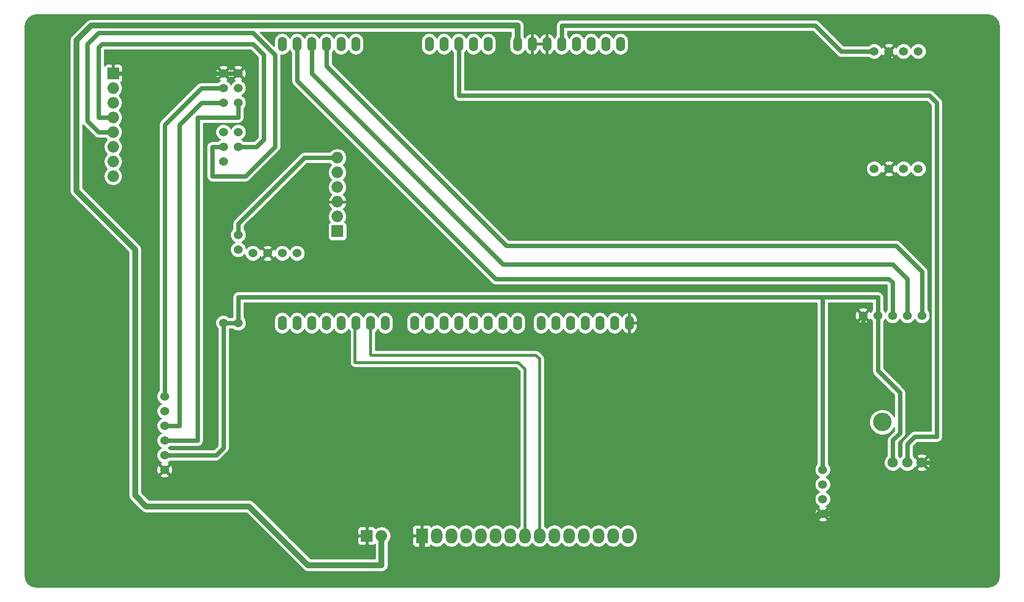
<source format=gbr>
G04 #@! TF.FileFunction,Copper,L2,Bot,Signal*
%FSLAX46Y46*%
G04 Gerber Fmt 4.6, Leading zero omitted, Abs format (unit mm)*
G04 Created by KiCad (PCBNEW 4.0.6) date Mon Oct 30 10:13:18 2017*
%MOMM*%
%LPD*%
G01*
G04 APERTURE LIST*
%ADD10C,0.100000*%
%ADD11R,2.000000X2.600000*%
%ADD12O,2.000000X2.600000*%
%ADD13O,1.998980X1.998980*%
%ADD14R,1.998980X1.998980*%
%ADD15C,1.524000*%
%ADD16O,1.524000X2.540000*%
%ADD17C,3.200000*%
%ADD18C,1.800000*%
%ADD19C,0.750000*%
%ADD20C,1.000000*%
%ADD21C,0.500000*%
%ADD22C,0.254000*%
G04 APERTURE END LIST*
D10*
D11*
X92710000Y-120015000D03*
D12*
X95250000Y-120015000D03*
X97790000Y-120015000D03*
X100330000Y-120015000D03*
X102870000Y-120015000D03*
X105410000Y-120015000D03*
X107950000Y-120015000D03*
X110490000Y-120015000D03*
X113030000Y-120015000D03*
X115570000Y-120015000D03*
X118110000Y-120015000D03*
X120650000Y-120015000D03*
X123190000Y-120015000D03*
X125730000Y-120015000D03*
X128270000Y-120015000D03*
D13*
X39370000Y-47625000D03*
D14*
X39370000Y-40005000D03*
D13*
X39370000Y-42545000D03*
X39370000Y-45085000D03*
X39370000Y-50165000D03*
X39370000Y-52705000D03*
X39370000Y-55245000D03*
X39370000Y-57785000D03*
D15*
X168910000Y-81915000D03*
X171450000Y-81915000D03*
X173990000Y-81915000D03*
X176530000Y-81915000D03*
X179070000Y-81915000D03*
X48260000Y-95885000D03*
X48260000Y-98425000D03*
X48260000Y-100965000D03*
X48260000Y-103505000D03*
X48260000Y-106045000D03*
X48260000Y-108585000D03*
X178435000Y-56515000D03*
X175895000Y-56515000D03*
X173355000Y-56515000D03*
X170815000Y-56515000D03*
X178435000Y-36195000D03*
X175895000Y-36195000D03*
X173355000Y-36195000D03*
X170815000Y-36195000D03*
X71120000Y-71120000D03*
X68580000Y-71120000D03*
X66040000Y-71120000D03*
X63500000Y-71120000D03*
X161925000Y-108585000D03*
X161925000Y-111125000D03*
X161925000Y-113665000D03*
X161925000Y-116205000D03*
D13*
X78105000Y-59690000D03*
D14*
X78105000Y-67310000D03*
D13*
X78105000Y-64770000D03*
X78105000Y-62230000D03*
X78105000Y-57150000D03*
X78105000Y-54610000D03*
X85725000Y-120015000D03*
D14*
X83185000Y-120015000D03*
D16*
X86360000Y-83185000D03*
X83820000Y-83185000D03*
X81280000Y-83185000D03*
X78740000Y-83185000D03*
X76200000Y-83185000D03*
X73660000Y-83185000D03*
X71120000Y-83185000D03*
X68580000Y-83185000D03*
X68580000Y-34925000D03*
X71120000Y-34925000D03*
X81280000Y-34925000D03*
X78740000Y-34925000D03*
X76200000Y-34925000D03*
X73660000Y-34925000D03*
X93980000Y-34925000D03*
X96520000Y-34925000D03*
X104140000Y-34925000D03*
X101600000Y-34925000D03*
X99060000Y-34925000D03*
X109220000Y-34925000D03*
X111760000Y-34925000D03*
X114300000Y-34925000D03*
X119380000Y-34925000D03*
X121920000Y-34925000D03*
X91440000Y-83185000D03*
X93980000Y-83185000D03*
X96520000Y-83185000D03*
X99060000Y-83185000D03*
X101600000Y-83185000D03*
X104140000Y-83185000D03*
X106680000Y-83185000D03*
X109220000Y-83185000D03*
X113284000Y-83185000D03*
X115824000Y-83185000D03*
X118364000Y-83185000D03*
X120904000Y-83185000D03*
X123444000Y-83185000D03*
X125984000Y-83185000D03*
X128524000Y-83185000D03*
X116840000Y-34925000D03*
D15*
X60960000Y-83185000D03*
X58420000Y-83185000D03*
X58420000Y-55245000D03*
X60960000Y-52705000D03*
X58420000Y-52705000D03*
X60960000Y-50165000D03*
X58420000Y-50165000D03*
X60960000Y-45085000D03*
X58420000Y-45085000D03*
X60960000Y-42545000D03*
X58420000Y-42545000D03*
X60960000Y-40005000D03*
X58420000Y-40005000D03*
D16*
X124460000Y-34925000D03*
X127000000Y-34925000D03*
D15*
X60960000Y-67945000D03*
X60960000Y-70485000D03*
D17*
X172230000Y-100330000D03*
D18*
X176530000Y-107330000D03*
X174030000Y-107330000D03*
X179030000Y-107330000D03*
D19*
X60960000Y-40005000D02*
X58420000Y-40005000D01*
X183515000Y-107315000D02*
X179045000Y-107315000D01*
X179045000Y-107315000D02*
X179030000Y-107330000D01*
D20*
X173355000Y-36195000D02*
X173355000Y-41910000D01*
X174625000Y-116205000D02*
X168275000Y-116205000D01*
X183515000Y-107315000D02*
X174625000Y-116205000D01*
X183515000Y-41910000D02*
X183515000Y-107315000D01*
X173355000Y-41910000D02*
X183515000Y-41910000D01*
X161925000Y-116205000D02*
X161290000Y-116205000D01*
X161290000Y-116205000D02*
X152400000Y-125095000D01*
X92710000Y-125095000D02*
X92710000Y-120015000D01*
X152400000Y-125095000D02*
X92710000Y-125095000D01*
X168910000Y-116205000D02*
X168275000Y-116205000D01*
D19*
X168910000Y-81915000D02*
X168910000Y-116205000D01*
D20*
X168275000Y-116205000D02*
X161925000Y-116205000D01*
D19*
X39370000Y-40005000D02*
X58420000Y-40005000D01*
X60960000Y-83185000D02*
X58420000Y-83185000D01*
X116840000Y-34925000D02*
X116840000Y-31750000D01*
X165100000Y-36195000D02*
X170815000Y-36195000D01*
X160655000Y-31750000D02*
X165100000Y-36195000D01*
X116840000Y-31750000D02*
X160655000Y-31750000D01*
X174030000Y-107330000D02*
X174030000Y-103465000D01*
X171450000Y-91440000D02*
X171450000Y-81915000D01*
X175260000Y-95250000D02*
X171450000Y-91440000D01*
X175260000Y-102235000D02*
X175260000Y-95250000D01*
X174030000Y-103465000D02*
X175260000Y-102235000D01*
X161925000Y-78740000D02*
X171450000Y-78740000D01*
X171450000Y-78740000D02*
X171450000Y-81915000D01*
X58420000Y-83185000D02*
X58420000Y-104775000D01*
X58420000Y-104775000D02*
X57150000Y-106045000D01*
X57150000Y-106045000D02*
X48260000Y-106045000D01*
X161925000Y-108585000D02*
X161925000Y-78740000D01*
X60960000Y-78740000D02*
X60960000Y-83185000D01*
X161925000Y-78740000D02*
X60960000Y-78740000D01*
X65405000Y-51435000D02*
X65405000Y-36830000D01*
X64135000Y-52705000D02*
X65405000Y-51435000D01*
X60960000Y-52705000D02*
X64135000Y-52705000D01*
X36830000Y-47625000D02*
X39370000Y-47625000D01*
X36830000Y-35560000D02*
X36830000Y-47625000D01*
X37465000Y-34925000D02*
X36830000Y-35560000D01*
X63500000Y-34925000D02*
X37465000Y-34925000D01*
X65405000Y-36830000D02*
X63500000Y-34925000D01*
X36830000Y-33020000D02*
X34925000Y-34925000D01*
X62230000Y-57785000D02*
X67310000Y-52705000D01*
X67310000Y-52705000D02*
X67310000Y-36830000D01*
X67310000Y-36830000D02*
X63500000Y-33020000D01*
X63500000Y-33020000D02*
X36830000Y-33020000D01*
X58420000Y-52705000D02*
X56515000Y-52705000D01*
X56515000Y-52705000D02*
X56515000Y-57785000D01*
X56515000Y-57785000D02*
X62230000Y-57785000D01*
X36830000Y-50165000D02*
X39370000Y-50165000D01*
X34925000Y-48260000D02*
X36830000Y-50165000D01*
X34925000Y-34925000D02*
X34925000Y-48260000D01*
D21*
X81153000Y-83312000D02*
X81153000Y-90043000D01*
X110490000Y-91186000D02*
X109347000Y-90043000D01*
X109347000Y-90043000D02*
X81153000Y-90043000D01*
X110490000Y-91186000D02*
X110490000Y-120015000D01*
X81153000Y-83312000D02*
X81280000Y-83185000D01*
X113030000Y-120015000D02*
X113030000Y-89408000D01*
X83820000Y-88646000D02*
X83820000Y-83185000D01*
X83947000Y-88773000D02*
X83820000Y-88646000D01*
X112395000Y-88773000D02*
X83947000Y-88773000D01*
X113030000Y-89408000D02*
X112395000Y-88773000D01*
D19*
X181610000Y-102870000D02*
X177800000Y-102870000D01*
X99060000Y-43815000D02*
X133985000Y-43815000D01*
X133985000Y-43815000D02*
X180340000Y-43815000D01*
X180340000Y-43815000D02*
X181610000Y-45085000D01*
X181610000Y-45085000D02*
X181610000Y-102870000D01*
X99060000Y-34925000D02*
X99060000Y-43815000D01*
X176530000Y-104140000D02*
X176530000Y-107330000D01*
X177800000Y-102870000D02*
X176530000Y-104140000D01*
X173990000Y-81915000D02*
X173990000Y-76200000D01*
X71120000Y-41275000D02*
X71120000Y-34925000D01*
X105410000Y-75565000D02*
X71120000Y-41275000D01*
X173355000Y-75565000D02*
X105410000Y-75565000D01*
X173990000Y-76200000D02*
X173355000Y-75565000D01*
X76200000Y-34925000D02*
X76200000Y-38735000D01*
X179070000Y-74295000D02*
X179070000Y-81915000D01*
X174625000Y-69850000D02*
X179070000Y-74295000D01*
X107315000Y-69850000D02*
X174625000Y-69850000D01*
X76200000Y-38735000D02*
X107315000Y-69850000D01*
X73660000Y-34925000D02*
X73660000Y-40005000D01*
X176530000Y-75565000D02*
X173990000Y-73025000D01*
X173990000Y-73025000D02*
X106680000Y-73025000D01*
X106680000Y-73025000D02*
X73660000Y-40005000D01*
X176530000Y-75565000D02*
X176530000Y-81915000D01*
X53975000Y-47625000D02*
X60960000Y-47625000D01*
X53975000Y-103505000D02*
X53975000Y-47625000D01*
X48260000Y-103505000D02*
X53975000Y-103505000D01*
X60960000Y-47625000D02*
X60960000Y-45085000D01*
X58420000Y-45085000D02*
X54610000Y-45085000D01*
X50800000Y-100965000D02*
X48260000Y-100965000D01*
X50800000Y-100965000D02*
X50800000Y-48895000D01*
X54610000Y-45085000D02*
X50800000Y-48895000D01*
X58420000Y-42545000D02*
X54610000Y-42545000D01*
X48260000Y-48895000D02*
X48260000Y-95885000D01*
X54610000Y-42545000D02*
X48260000Y-48895000D01*
D20*
X109220000Y-34925000D02*
X109220000Y-31750000D01*
X85725000Y-125095000D02*
X85725000Y-120015000D01*
X73025000Y-125095000D02*
X85725000Y-125095000D01*
X62865000Y-114935000D02*
X73025000Y-125095000D01*
X45085000Y-114935000D02*
X62865000Y-114935000D01*
X43180000Y-113030000D02*
X45085000Y-114935000D01*
X43180000Y-70485000D02*
X43180000Y-113030000D01*
X33020000Y-60325000D02*
X43180000Y-70485000D01*
X33020000Y-34290000D02*
X33020000Y-60325000D01*
X35565002Y-31744998D02*
X33020000Y-34290000D01*
X109214998Y-31744998D02*
X35565002Y-31744998D01*
X109220000Y-31750000D02*
X109214998Y-31744998D01*
D19*
X60960000Y-67945000D02*
X60960000Y-66040000D01*
X72390000Y-54610000D02*
X78105000Y-54610000D01*
X60960000Y-66040000D02*
X72390000Y-54610000D01*
D22*
G36*
X191204741Y-30048602D02*
X191802193Y-30447807D01*
X192201398Y-31045257D01*
X192355000Y-31817467D01*
X192355000Y-126932533D01*
X192201398Y-127704743D01*
X191802193Y-128302193D01*
X191204741Y-128701398D01*
X190432533Y-128855000D01*
X26102467Y-128855000D01*
X25330257Y-128701398D01*
X24732807Y-128302193D01*
X24333602Y-127704741D01*
X24180000Y-126932533D01*
X24180000Y-34290000D01*
X31885000Y-34290000D01*
X31885000Y-60325000D01*
X31971397Y-60759346D01*
X32050533Y-60877781D01*
X32217434Y-61127566D01*
X42045000Y-70955132D01*
X42045000Y-113030000D01*
X42131397Y-113464346D01*
X42355674Y-113800000D01*
X42377434Y-113832566D01*
X44282434Y-115737566D01*
X44650654Y-115983603D01*
X45085000Y-116070000D01*
X62394868Y-116070000D01*
X72222434Y-125897566D01*
X72590654Y-126143603D01*
X73025000Y-126230000D01*
X85725000Y-126230000D01*
X86159346Y-126143603D01*
X86527566Y-125897566D01*
X86773603Y-125529346D01*
X86860000Y-125095000D01*
X86860000Y-121206026D01*
X86912781Y-121170759D01*
X87267094Y-120640492D01*
X87334672Y-120300750D01*
X91075000Y-120300750D01*
X91075000Y-121441310D01*
X91171673Y-121674699D01*
X91350302Y-121853327D01*
X91583691Y-121950000D01*
X92424250Y-121950000D01*
X92583000Y-121791250D01*
X92583000Y-120142000D01*
X91233750Y-120142000D01*
X91075000Y-120300750D01*
X87334672Y-120300750D01*
X87391512Y-120015000D01*
X87267094Y-119389508D01*
X86912781Y-118859241D01*
X86507873Y-118588690D01*
X91075000Y-118588690D01*
X91075000Y-119729250D01*
X91233750Y-119888000D01*
X92583000Y-119888000D01*
X92583000Y-118238750D01*
X92424250Y-118080000D01*
X91583691Y-118080000D01*
X91350302Y-118176673D01*
X91171673Y-118355301D01*
X91075000Y-118588690D01*
X86507873Y-118588690D01*
X86382514Y-118504928D01*
X85757022Y-118380510D01*
X85692978Y-118380510D01*
X85067486Y-118504928D01*
X84748582Y-118718013D01*
X84722817Y-118655811D01*
X84544188Y-118477183D01*
X84310799Y-118380510D01*
X83470750Y-118380510D01*
X83312000Y-118539260D01*
X83312000Y-119888000D01*
X83332000Y-119888000D01*
X83332000Y-120142000D01*
X83312000Y-120142000D01*
X83312000Y-121490740D01*
X83470750Y-121649490D01*
X84310799Y-121649490D01*
X84544188Y-121552817D01*
X84590000Y-121507005D01*
X84590000Y-123960000D01*
X73495132Y-123960000D01*
X69835882Y-120300750D01*
X81550510Y-120300750D01*
X81550510Y-121140800D01*
X81647183Y-121374189D01*
X81825812Y-121552817D01*
X82059201Y-121649490D01*
X82899250Y-121649490D01*
X83058000Y-121490740D01*
X83058000Y-120142000D01*
X81709260Y-120142000D01*
X81550510Y-120300750D01*
X69835882Y-120300750D01*
X68424332Y-118889200D01*
X81550510Y-118889200D01*
X81550510Y-119729250D01*
X81709260Y-119888000D01*
X83058000Y-119888000D01*
X83058000Y-118539260D01*
X82899250Y-118380510D01*
X82059201Y-118380510D01*
X81825812Y-118477183D01*
X81647183Y-118655811D01*
X81550510Y-118889200D01*
X68424332Y-118889200D01*
X63667566Y-114132434D01*
X63587002Y-114078603D01*
X63299346Y-113886397D01*
X62865000Y-113800000D01*
X45555132Y-113800000D01*
X44315000Y-112559868D01*
X44315000Y-109565213D01*
X47459392Y-109565213D01*
X47528857Y-109807397D01*
X48052302Y-109994144D01*
X48607368Y-109966362D01*
X48991143Y-109807397D01*
X49060608Y-109565213D01*
X48260000Y-108764605D01*
X47459392Y-109565213D01*
X44315000Y-109565213D01*
X44315000Y-108377302D01*
X46850856Y-108377302D01*
X46878638Y-108932368D01*
X47037603Y-109316143D01*
X47279787Y-109385608D01*
X48080395Y-108585000D01*
X48439605Y-108585000D01*
X49240213Y-109385608D01*
X49482397Y-109316143D01*
X49669144Y-108792698D01*
X49641362Y-108237632D01*
X49482397Y-107853857D01*
X49240213Y-107784392D01*
X48439605Y-108585000D01*
X48080395Y-108585000D01*
X47279787Y-107784392D01*
X47037603Y-107853857D01*
X46850856Y-108377302D01*
X44315000Y-108377302D01*
X44315000Y-70485000D01*
X44228603Y-70050654D01*
X43982566Y-69682434D01*
X34155000Y-59854868D01*
X34155000Y-48890634D01*
X34210822Y-48974178D01*
X36115822Y-50879178D01*
X36443490Y-51098118D01*
X36830000Y-51175000D01*
X38095452Y-51175000D01*
X38214241Y-51352781D01*
X38337290Y-51435000D01*
X38214241Y-51517219D01*
X37859928Y-52047486D01*
X37735510Y-52672978D01*
X37735510Y-52737022D01*
X37859928Y-53362514D01*
X38214241Y-53892781D01*
X38337290Y-53975000D01*
X38214241Y-54057219D01*
X37859928Y-54587486D01*
X37735510Y-55212978D01*
X37735510Y-55277022D01*
X37859928Y-55902514D01*
X38214241Y-56432781D01*
X38337290Y-56515000D01*
X38214241Y-56597219D01*
X37859928Y-57127486D01*
X37735510Y-57752978D01*
X37735510Y-57817022D01*
X37859928Y-58442514D01*
X38214241Y-58972781D01*
X38744508Y-59327094D01*
X39370000Y-59451512D01*
X39995492Y-59327094D01*
X40525759Y-58972781D01*
X40880072Y-58442514D01*
X41004490Y-57817022D01*
X41004490Y-57752978D01*
X40880072Y-57127486D01*
X40525759Y-56597219D01*
X40402710Y-56515000D01*
X40525759Y-56432781D01*
X40880072Y-55902514D01*
X41004490Y-55277022D01*
X41004490Y-55212978D01*
X40880072Y-54587486D01*
X40525759Y-54057219D01*
X40402710Y-53975000D01*
X40525759Y-53892781D01*
X40880072Y-53362514D01*
X41004490Y-52737022D01*
X41004490Y-52672978D01*
X40880072Y-52047486D01*
X40525759Y-51517219D01*
X40402710Y-51435000D01*
X40525759Y-51352781D01*
X40880072Y-50822514D01*
X41004490Y-50197022D01*
X41004490Y-50132978D01*
X40880072Y-49507486D01*
X40525759Y-48977219D01*
X40402710Y-48895000D01*
X40525759Y-48812781D01*
X40880072Y-48282514D01*
X41004490Y-47657022D01*
X41004490Y-47592978D01*
X40880072Y-46967486D01*
X40525759Y-46437219D01*
X40402710Y-46355000D01*
X40525759Y-46272781D01*
X40880072Y-45742514D01*
X41004490Y-45117022D01*
X41004490Y-45052978D01*
X40880072Y-44427486D01*
X40525759Y-43897219D01*
X40402710Y-43815000D01*
X40525759Y-43732781D01*
X40880072Y-43202514D01*
X41004490Y-42577022D01*
X41004490Y-42512978D01*
X40880072Y-41887486D01*
X40666987Y-41568582D01*
X40729189Y-41542817D01*
X40907817Y-41364188D01*
X41004490Y-41130799D01*
X41004490Y-40290750D01*
X40845740Y-40132000D01*
X39497000Y-40132000D01*
X39497000Y-40152000D01*
X39243000Y-40152000D01*
X39243000Y-40132000D01*
X39223000Y-40132000D01*
X39223000Y-39878000D01*
X39243000Y-39878000D01*
X39243000Y-38529260D01*
X39497000Y-38529260D01*
X39497000Y-39878000D01*
X40845740Y-39878000D01*
X40926438Y-39797302D01*
X57010856Y-39797302D01*
X57038638Y-40352368D01*
X57197603Y-40736143D01*
X57439787Y-40805608D01*
X58240395Y-40005000D01*
X58599605Y-40005000D01*
X59400213Y-40805608D01*
X59642397Y-40736143D01*
X59686453Y-40612656D01*
X59737603Y-40736143D01*
X59979787Y-40805608D01*
X60780395Y-40005000D01*
X61139605Y-40005000D01*
X61940213Y-40805608D01*
X62182397Y-40736143D01*
X62369144Y-40212698D01*
X62341362Y-39657632D01*
X62182397Y-39273857D01*
X61940213Y-39204392D01*
X61139605Y-40005000D01*
X60780395Y-40005000D01*
X59979787Y-39204392D01*
X59737603Y-39273857D01*
X59693547Y-39397344D01*
X59642397Y-39273857D01*
X59400213Y-39204392D01*
X58599605Y-40005000D01*
X58240395Y-40005000D01*
X57439787Y-39204392D01*
X57197603Y-39273857D01*
X57010856Y-39797302D01*
X40926438Y-39797302D01*
X41004490Y-39719250D01*
X41004490Y-39024787D01*
X57619392Y-39024787D01*
X58420000Y-39825395D01*
X59220608Y-39024787D01*
X60159392Y-39024787D01*
X60960000Y-39825395D01*
X61760608Y-39024787D01*
X61691143Y-38782603D01*
X61167698Y-38595856D01*
X60612632Y-38623638D01*
X60228857Y-38782603D01*
X60159392Y-39024787D01*
X59220608Y-39024787D01*
X59151143Y-38782603D01*
X58627698Y-38595856D01*
X58072632Y-38623638D01*
X57688857Y-38782603D01*
X57619392Y-39024787D01*
X41004490Y-39024787D01*
X41004490Y-38879201D01*
X40907817Y-38645812D01*
X40729189Y-38467183D01*
X40495800Y-38370510D01*
X39655750Y-38370510D01*
X39497000Y-38529260D01*
X39243000Y-38529260D01*
X39084250Y-38370510D01*
X38244200Y-38370510D01*
X38010811Y-38467183D01*
X37840000Y-38637995D01*
X37840000Y-35978356D01*
X37883356Y-35935000D01*
X63081644Y-35935000D01*
X64395000Y-37248356D01*
X64395000Y-51016644D01*
X63716644Y-51695000D01*
X61925696Y-51695000D01*
X61752370Y-51521371D01*
X61544488Y-51435051D01*
X61750303Y-51350010D01*
X62143629Y-50957370D01*
X62356757Y-50444100D01*
X62357242Y-49888339D01*
X62145010Y-49374697D01*
X61752370Y-48981371D01*
X61239100Y-48768243D01*
X60683339Y-48767758D01*
X60169697Y-48979990D01*
X59776371Y-49372630D01*
X59690051Y-49580512D01*
X59605010Y-49374697D01*
X59212370Y-48981371D01*
X58699100Y-48768243D01*
X58143339Y-48767758D01*
X57629697Y-48979990D01*
X57236371Y-49372630D01*
X57023243Y-49885900D01*
X57022758Y-50441661D01*
X57234990Y-50955303D01*
X57627630Y-51348629D01*
X57835512Y-51434949D01*
X57629697Y-51519990D01*
X57454381Y-51695000D01*
X56515000Y-51695000D01*
X56128490Y-51771882D01*
X55800822Y-51990822D01*
X55581882Y-52318490D01*
X55505000Y-52705000D01*
X55505000Y-57785000D01*
X55581882Y-58171510D01*
X55800822Y-58499178D01*
X56128490Y-58718118D01*
X56515000Y-58795000D01*
X62230000Y-58795000D01*
X62616510Y-58718118D01*
X62944178Y-58499178D01*
X68024178Y-53419178D01*
X68243118Y-53091510D01*
X68320000Y-52705000D01*
X68320000Y-36830000D01*
X68317018Y-36815011D01*
X68580000Y-36867321D01*
X69114609Y-36760981D01*
X69567828Y-36458149D01*
X69850000Y-36035850D01*
X70110000Y-36424966D01*
X70110000Y-41275000D01*
X70186882Y-41661510D01*
X70405822Y-41989178D01*
X104695822Y-76279178D01*
X105023490Y-76498118D01*
X105410000Y-76575000D01*
X172936644Y-76575000D01*
X172980000Y-76618356D01*
X172980000Y-80949304D01*
X172806371Y-81122630D01*
X172720051Y-81330512D01*
X172635010Y-81124697D01*
X172460000Y-80949381D01*
X172460000Y-78740000D01*
X172383118Y-78353490D01*
X172164178Y-78025822D01*
X171836510Y-77806882D01*
X171450000Y-77730000D01*
X60960000Y-77730000D01*
X60573490Y-77806882D01*
X60245822Y-78025822D01*
X60026882Y-78353490D01*
X59950000Y-78740000D01*
X59950000Y-82175000D01*
X59385696Y-82175000D01*
X59212370Y-82001371D01*
X58699100Y-81788243D01*
X58143339Y-81787758D01*
X57629697Y-81999990D01*
X57236371Y-82392630D01*
X57023243Y-82905900D01*
X57022758Y-83461661D01*
X57234990Y-83975303D01*
X57410000Y-84150619D01*
X57410000Y-104356644D01*
X56731644Y-105035000D01*
X49225696Y-105035000D01*
X49052370Y-104861371D01*
X48844488Y-104775051D01*
X49050303Y-104690010D01*
X49225619Y-104515000D01*
X53975000Y-104515000D01*
X54361510Y-104438118D01*
X54689178Y-104219178D01*
X54908118Y-103891510D01*
X54985000Y-103505000D01*
X54985000Y-68221661D01*
X59562758Y-68221661D01*
X59774990Y-68735303D01*
X60167630Y-69128629D01*
X60375512Y-69214949D01*
X60169697Y-69299990D01*
X59776371Y-69692630D01*
X59563243Y-70205900D01*
X59562758Y-70761661D01*
X59774990Y-71275303D01*
X60167630Y-71668629D01*
X60680900Y-71881757D01*
X61236661Y-71882242D01*
X61750303Y-71670010D01*
X62102827Y-71318101D01*
X62102758Y-71396661D01*
X62314990Y-71910303D01*
X62707630Y-72303629D01*
X63220900Y-72516757D01*
X63776661Y-72517242D01*
X64290303Y-72305010D01*
X64495457Y-72100213D01*
X65239392Y-72100213D01*
X65308857Y-72342397D01*
X65832302Y-72529144D01*
X66387368Y-72501362D01*
X66771143Y-72342397D01*
X66840608Y-72100213D01*
X66040000Y-71299605D01*
X65239392Y-72100213D01*
X64495457Y-72100213D01*
X64683629Y-71912370D01*
X64763395Y-71720273D01*
X64817603Y-71851143D01*
X65059787Y-71920608D01*
X65860395Y-71120000D01*
X66219605Y-71120000D01*
X67020213Y-71920608D01*
X67262397Y-71851143D01*
X67312509Y-71710682D01*
X67394990Y-71910303D01*
X67787630Y-72303629D01*
X68300900Y-72516757D01*
X68856661Y-72517242D01*
X69370303Y-72305010D01*
X69763629Y-71912370D01*
X69849949Y-71704488D01*
X69934990Y-71910303D01*
X70327630Y-72303629D01*
X70840900Y-72516757D01*
X71396661Y-72517242D01*
X71910303Y-72305010D01*
X72303629Y-71912370D01*
X72516757Y-71399100D01*
X72517242Y-70843339D01*
X72305010Y-70329697D01*
X71912370Y-69936371D01*
X71399100Y-69723243D01*
X70843339Y-69722758D01*
X70329697Y-69934990D01*
X69936371Y-70327630D01*
X69850051Y-70535512D01*
X69765010Y-70329697D01*
X69372370Y-69936371D01*
X68859100Y-69723243D01*
X68303339Y-69722758D01*
X67789697Y-69934990D01*
X67396371Y-70327630D01*
X67316605Y-70519727D01*
X67262397Y-70388857D01*
X67020213Y-70319392D01*
X66219605Y-71120000D01*
X65860395Y-71120000D01*
X65059787Y-70319392D01*
X64817603Y-70388857D01*
X64767491Y-70529318D01*
X64685010Y-70329697D01*
X64495432Y-70139787D01*
X65239392Y-70139787D01*
X66040000Y-70940395D01*
X66840608Y-70139787D01*
X66771143Y-69897603D01*
X66247698Y-69710856D01*
X65692632Y-69738638D01*
X65308857Y-69897603D01*
X65239392Y-70139787D01*
X64495432Y-70139787D01*
X64292370Y-69936371D01*
X63779100Y-69723243D01*
X63223339Y-69722758D01*
X62709697Y-69934990D01*
X62357173Y-70286899D01*
X62357242Y-70208339D01*
X62145010Y-69694697D01*
X61752370Y-69301371D01*
X61544488Y-69215051D01*
X61750303Y-69130010D01*
X62143629Y-68737370D01*
X62356757Y-68224100D01*
X62357242Y-67668339D01*
X62145010Y-67154697D01*
X61970000Y-66979381D01*
X61970000Y-66458356D01*
X62117846Y-66310510D01*
X76458070Y-66310510D01*
X76458070Y-68309490D01*
X76502348Y-68544807D01*
X76641420Y-68760931D01*
X76853620Y-68905921D01*
X77105510Y-68956930D01*
X79104490Y-68956930D01*
X79339807Y-68912652D01*
X79555931Y-68773580D01*
X79700921Y-68561380D01*
X79751930Y-68309490D01*
X79751930Y-66310510D01*
X79707652Y-66075193D01*
X79568580Y-65859069D01*
X79402527Y-65745610D01*
X79615072Y-65427514D01*
X79739490Y-64802022D01*
X79739490Y-64737978D01*
X79615072Y-64112486D01*
X79260759Y-63582219D01*
X79111700Y-63482621D01*
X79428068Y-63189726D01*
X79694627Y-62610355D01*
X79575807Y-62357000D01*
X78232000Y-62357000D01*
X78232000Y-62377000D01*
X77978000Y-62377000D01*
X77978000Y-62357000D01*
X76634193Y-62357000D01*
X76515373Y-62610355D01*
X76781932Y-63189726D01*
X77098300Y-63482621D01*
X76949241Y-63582219D01*
X76594928Y-64112486D01*
X76470510Y-64737978D01*
X76470510Y-64802022D01*
X76594928Y-65427514D01*
X76808453Y-65747077D01*
X76654069Y-65846420D01*
X76509079Y-66058620D01*
X76458070Y-66310510D01*
X62117846Y-66310510D01*
X72808356Y-55620000D01*
X76830452Y-55620000D01*
X76949241Y-55797781D01*
X77072290Y-55880000D01*
X76949241Y-55962219D01*
X76594928Y-56492486D01*
X76470510Y-57117978D01*
X76470510Y-57182022D01*
X76594928Y-57807514D01*
X76949241Y-58337781D01*
X77072290Y-58420000D01*
X76949241Y-58502219D01*
X76594928Y-59032486D01*
X76470510Y-59657978D01*
X76470510Y-59722022D01*
X76594928Y-60347514D01*
X76949241Y-60877781D01*
X77098300Y-60977379D01*
X76781932Y-61270274D01*
X76515373Y-61849645D01*
X76634193Y-62103000D01*
X77978000Y-62103000D01*
X77978000Y-62083000D01*
X78232000Y-62083000D01*
X78232000Y-62103000D01*
X79575807Y-62103000D01*
X79694627Y-61849645D01*
X79428068Y-61270274D01*
X79111700Y-60977379D01*
X79260759Y-60877781D01*
X79615072Y-60347514D01*
X79739490Y-59722022D01*
X79739490Y-59657978D01*
X79615072Y-59032486D01*
X79260759Y-58502219D01*
X79137710Y-58420000D01*
X79260759Y-58337781D01*
X79615072Y-57807514D01*
X79739490Y-57182022D01*
X79739490Y-57117978D01*
X79615072Y-56492486D01*
X79260759Y-55962219D01*
X79137710Y-55880000D01*
X79260759Y-55797781D01*
X79615072Y-55267514D01*
X79739490Y-54642022D01*
X79739490Y-54577978D01*
X79615072Y-53952486D01*
X79260759Y-53422219D01*
X78730492Y-53067906D01*
X78105000Y-52943488D01*
X77479508Y-53067906D01*
X76949241Y-53422219D01*
X76830452Y-53600000D01*
X72390000Y-53600000D01*
X72003490Y-53676882D01*
X71675822Y-53895822D01*
X60245822Y-65325822D01*
X60026882Y-65653490D01*
X59950000Y-66040000D01*
X59950000Y-66979304D01*
X59776371Y-67152630D01*
X59563243Y-67665900D01*
X59562758Y-68221661D01*
X54985000Y-68221661D01*
X54985000Y-48635000D01*
X60960000Y-48635000D01*
X61346510Y-48558118D01*
X61674178Y-48339178D01*
X61893118Y-48011510D01*
X61970000Y-47625000D01*
X61970000Y-46050696D01*
X62143629Y-45877370D01*
X62356757Y-45364100D01*
X62357242Y-44808339D01*
X62145010Y-44294697D01*
X61752370Y-43901371D01*
X61544488Y-43815051D01*
X61750303Y-43730010D01*
X62143629Y-43337370D01*
X62356757Y-42824100D01*
X62357242Y-42268339D01*
X62145010Y-41754697D01*
X61752370Y-41361371D01*
X61560273Y-41281605D01*
X61691143Y-41227397D01*
X61760608Y-40985213D01*
X60960000Y-40184605D01*
X60159392Y-40985213D01*
X60228857Y-41227397D01*
X60369318Y-41277509D01*
X60169697Y-41359990D01*
X59776371Y-41752630D01*
X59690051Y-41960512D01*
X59605010Y-41754697D01*
X59212370Y-41361371D01*
X59020273Y-41281605D01*
X59151143Y-41227397D01*
X59220608Y-40985213D01*
X58420000Y-40184605D01*
X57619392Y-40985213D01*
X57688857Y-41227397D01*
X57829318Y-41277509D01*
X57629697Y-41359990D01*
X57454381Y-41535000D01*
X54610000Y-41535000D01*
X54223490Y-41611882D01*
X53895822Y-41830822D01*
X47545822Y-48180822D01*
X47326882Y-48508490D01*
X47250000Y-48895000D01*
X47250000Y-94919304D01*
X47076371Y-95092630D01*
X46863243Y-95605900D01*
X46862758Y-96161661D01*
X47074990Y-96675303D01*
X47467630Y-97068629D01*
X47675512Y-97154949D01*
X47469697Y-97239990D01*
X47076371Y-97632630D01*
X46863243Y-98145900D01*
X46862758Y-98701661D01*
X47074990Y-99215303D01*
X47467630Y-99608629D01*
X47675512Y-99694949D01*
X47469697Y-99779990D01*
X47076371Y-100172630D01*
X46863243Y-100685900D01*
X46862758Y-101241661D01*
X47074990Y-101755303D01*
X47467630Y-102148629D01*
X47675512Y-102234949D01*
X47469697Y-102319990D01*
X47076371Y-102712630D01*
X46863243Y-103225900D01*
X46862758Y-103781661D01*
X47074990Y-104295303D01*
X47467630Y-104688629D01*
X47675512Y-104774949D01*
X47469697Y-104859990D01*
X47076371Y-105252630D01*
X46863243Y-105765900D01*
X46862758Y-106321661D01*
X47074990Y-106835303D01*
X47467630Y-107228629D01*
X47659727Y-107308395D01*
X47528857Y-107362603D01*
X47459392Y-107604787D01*
X48260000Y-108405395D01*
X49060608Y-107604787D01*
X48991143Y-107362603D01*
X48850682Y-107312491D01*
X49050303Y-107230010D01*
X49225619Y-107055000D01*
X57150000Y-107055000D01*
X57536510Y-106978118D01*
X57864178Y-106759178D01*
X59134178Y-105489178D01*
X59353118Y-105161510D01*
X59430000Y-104775000D01*
X59430000Y-84195000D01*
X59994304Y-84195000D01*
X60167630Y-84368629D01*
X60680900Y-84581757D01*
X61236661Y-84582242D01*
X61750303Y-84370010D01*
X62143629Y-83977370D01*
X62356757Y-83464100D01*
X62357242Y-82908339D01*
X62246235Y-82639679D01*
X67183000Y-82639679D01*
X67183000Y-83730321D01*
X67289340Y-84264930D01*
X67592172Y-84718149D01*
X68045391Y-85020981D01*
X68580000Y-85127321D01*
X69114609Y-85020981D01*
X69567828Y-84718149D01*
X69850000Y-84295850D01*
X70132172Y-84718149D01*
X70585391Y-85020981D01*
X71120000Y-85127321D01*
X71654609Y-85020981D01*
X72107828Y-84718149D01*
X72390000Y-84295850D01*
X72672172Y-84718149D01*
X73125391Y-85020981D01*
X73660000Y-85127321D01*
X74194609Y-85020981D01*
X74647828Y-84718149D01*
X74930000Y-84295850D01*
X75212172Y-84718149D01*
X75665391Y-85020981D01*
X76200000Y-85127321D01*
X76734609Y-85020981D01*
X77187828Y-84718149D01*
X77470000Y-84295850D01*
X77752172Y-84718149D01*
X78205391Y-85020981D01*
X78740000Y-85127321D01*
X79274609Y-85020981D01*
X79727828Y-84718149D01*
X80010000Y-84295850D01*
X80268000Y-84681973D01*
X80268000Y-90043000D01*
X80335367Y-90381675D01*
X80527210Y-90668790D01*
X80814325Y-90860633D01*
X81153000Y-90928000D01*
X108980420Y-90928000D01*
X109605000Y-91552579D01*
X109605000Y-118339815D01*
X109333880Y-118520971D01*
X109220000Y-118691405D01*
X109106120Y-118520971D01*
X108575687Y-118166548D01*
X107950000Y-118042091D01*
X107324313Y-118166548D01*
X106793880Y-118520971D01*
X106680000Y-118691405D01*
X106566120Y-118520971D01*
X106035687Y-118166548D01*
X105410000Y-118042091D01*
X104784313Y-118166548D01*
X104253880Y-118520971D01*
X104140000Y-118691405D01*
X104026120Y-118520971D01*
X103495687Y-118166548D01*
X102870000Y-118042091D01*
X102244313Y-118166548D01*
X101713880Y-118520971D01*
X101600000Y-118691405D01*
X101486120Y-118520971D01*
X100955687Y-118166548D01*
X100330000Y-118042091D01*
X99704313Y-118166548D01*
X99173880Y-118520971D01*
X99060000Y-118691405D01*
X98946120Y-118520971D01*
X98415687Y-118166548D01*
X97790000Y-118042091D01*
X97164313Y-118166548D01*
X96633880Y-118520971D01*
X96520000Y-118691405D01*
X96406120Y-118520971D01*
X95875687Y-118166548D01*
X95250000Y-118042091D01*
X94624313Y-118166548D01*
X94268594Y-118404231D01*
X94248327Y-118355301D01*
X94069698Y-118176673D01*
X93836309Y-118080000D01*
X92995750Y-118080000D01*
X92837000Y-118238750D01*
X92837000Y-119888000D01*
X92857000Y-119888000D01*
X92857000Y-120142000D01*
X92837000Y-120142000D01*
X92837000Y-121791250D01*
X92995750Y-121950000D01*
X93836309Y-121950000D01*
X94069698Y-121853327D01*
X94248327Y-121674699D01*
X94268594Y-121625769D01*
X94624313Y-121863452D01*
X95250000Y-121987909D01*
X95875687Y-121863452D01*
X96406120Y-121509029D01*
X96520000Y-121338595D01*
X96633880Y-121509029D01*
X97164313Y-121863452D01*
X97790000Y-121987909D01*
X98415687Y-121863452D01*
X98946120Y-121509029D01*
X99060000Y-121338595D01*
X99173880Y-121509029D01*
X99704313Y-121863452D01*
X100330000Y-121987909D01*
X100955687Y-121863452D01*
X101486120Y-121509029D01*
X101600000Y-121338595D01*
X101713880Y-121509029D01*
X102244313Y-121863452D01*
X102870000Y-121987909D01*
X103495687Y-121863452D01*
X104026120Y-121509029D01*
X104140000Y-121338595D01*
X104253880Y-121509029D01*
X104784313Y-121863452D01*
X105410000Y-121987909D01*
X106035687Y-121863452D01*
X106566120Y-121509029D01*
X106680000Y-121338595D01*
X106793880Y-121509029D01*
X107324313Y-121863452D01*
X107950000Y-121987909D01*
X108575687Y-121863452D01*
X109106120Y-121509029D01*
X109220000Y-121338595D01*
X109333880Y-121509029D01*
X109864313Y-121863452D01*
X110490000Y-121987909D01*
X111115687Y-121863452D01*
X111646120Y-121509029D01*
X111760000Y-121338595D01*
X111873880Y-121509029D01*
X112404313Y-121863452D01*
X113030000Y-121987909D01*
X113655687Y-121863452D01*
X114186120Y-121509029D01*
X114300000Y-121338595D01*
X114413880Y-121509029D01*
X114944313Y-121863452D01*
X115570000Y-121987909D01*
X116195687Y-121863452D01*
X116726120Y-121509029D01*
X116840000Y-121338595D01*
X116953880Y-121509029D01*
X117484313Y-121863452D01*
X118110000Y-121987909D01*
X118735687Y-121863452D01*
X119266120Y-121509029D01*
X119380000Y-121338595D01*
X119493880Y-121509029D01*
X120024313Y-121863452D01*
X120650000Y-121987909D01*
X121275687Y-121863452D01*
X121806120Y-121509029D01*
X121920000Y-121338595D01*
X122033880Y-121509029D01*
X122564313Y-121863452D01*
X123190000Y-121987909D01*
X123815687Y-121863452D01*
X124346120Y-121509029D01*
X124460000Y-121338595D01*
X124573880Y-121509029D01*
X125104313Y-121863452D01*
X125730000Y-121987909D01*
X126355687Y-121863452D01*
X126886120Y-121509029D01*
X127000000Y-121338595D01*
X127113880Y-121509029D01*
X127644313Y-121863452D01*
X128270000Y-121987909D01*
X128895687Y-121863452D01*
X129426120Y-121509029D01*
X129780543Y-120978596D01*
X129905000Y-120352909D01*
X129905000Y-119677091D01*
X129780543Y-119051404D01*
X129426120Y-118520971D01*
X128895687Y-118166548D01*
X128270000Y-118042091D01*
X127644313Y-118166548D01*
X127113880Y-118520971D01*
X127000000Y-118691405D01*
X126886120Y-118520971D01*
X126355687Y-118166548D01*
X125730000Y-118042091D01*
X125104313Y-118166548D01*
X124573880Y-118520971D01*
X124460000Y-118691405D01*
X124346120Y-118520971D01*
X123815687Y-118166548D01*
X123190000Y-118042091D01*
X122564313Y-118166548D01*
X122033880Y-118520971D01*
X121920000Y-118691405D01*
X121806120Y-118520971D01*
X121275687Y-118166548D01*
X120650000Y-118042091D01*
X120024313Y-118166548D01*
X119493880Y-118520971D01*
X119380000Y-118691405D01*
X119266120Y-118520971D01*
X118735687Y-118166548D01*
X118110000Y-118042091D01*
X117484313Y-118166548D01*
X116953880Y-118520971D01*
X116840000Y-118691405D01*
X116726120Y-118520971D01*
X116195687Y-118166548D01*
X115570000Y-118042091D01*
X114944313Y-118166548D01*
X114413880Y-118520971D01*
X114300000Y-118691405D01*
X114186120Y-118520971D01*
X113915000Y-118339815D01*
X113915000Y-117185213D01*
X161124392Y-117185213D01*
X161193857Y-117427397D01*
X161717302Y-117614144D01*
X162272368Y-117586362D01*
X162656143Y-117427397D01*
X162725608Y-117185213D01*
X161925000Y-116384605D01*
X161124392Y-117185213D01*
X113915000Y-117185213D01*
X113915000Y-115997302D01*
X160515856Y-115997302D01*
X160543638Y-116552368D01*
X160702603Y-116936143D01*
X160944787Y-117005608D01*
X161745395Y-116205000D01*
X162104605Y-116205000D01*
X162905213Y-117005608D01*
X163147397Y-116936143D01*
X163334144Y-116412698D01*
X163306362Y-115857632D01*
X163147397Y-115473857D01*
X162905213Y-115404392D01*
X162104605Y-116205000D01*
X161745395Y-116205000D01*
X160944787Y-115404392D01*
X160702603Y-115473857D01*
X160515856Y-115997302D01*
X113915000Y-115997302D01*
X113915000Y-89408005D01*
X113915001Y-89408000D01*
X113847634Y-89069326D01*
X113783975Y-88974054D01*
X113655790Y-88782210D01*
X113655787Y-88782208D01*
X113020790Y-88147210D01*
X112733675Y-87955367D01*
X112677484Y-87944190D01*
X112395000Y-87887999D01*
X112394995Y-87888000D01*
X84705000Y-87888000D01*
X84705000Y-84786857D01*
X84807828Y-84718149D01*
X85090000Y-84295850D01*
X85372172Y-84718149D01*
X85825391Y-85020981D01*
X86360000Y-85127321D01*
X86894609Y-85020981D01*
X87347828Y-84718149D01*
X87650660Y-84264930D01*
X87757000Y-83730321D01*
X87757000Y-82639679D01*
X90043000Y-82639679D01*
X90043000Y-83730321D01*
X90149340Y-84264930D01*
X90452172Y-84718149D01*
X90905391Y-85020981D01*
X91440000Y-85127321D01*
X91974609Y-85020981D01*
X92427828Y-84718149D01*
X92710000Y-84295850D01*
X92992172Y-84718149D01*
X93445391Y-85020981D01*
X93980000Y-85127321D01*
X94514609Y-85020981D01*
X94967828Y-84718149D01*
X95250000Y-84295850D01*
X95532172Y-84718149D01*
X95985391Y-85020981D01*
X96520000Y-85127321D01*
X97054609Y-85020981D01*
X97507828Y-84718149D01*
X97790000Y-84295850D01*
X98072172Y-84718149D01*
X98525391Y-85020981D01*
X99060000Y-85127321D01*
X99594609Y-85020981D01*
X100047828Y-84718149D01*
X100330000Y-84295850D01*
X100612172Y-84718149D01*
X101065391Y-85020981D01*
X101600000Y-85127321D01*
X102134609Y-85020981D01*
X102587828Y-84718149D01*
X102870000Y-84295850D01*
X103152172Y-84718149D01*
X103605391Y-85020981D01*
X104140000Y-85127321D01*
X104674609Y-85020981D01*
X105127828Y-84718149D01*
X105410000Y-84295850D01*
X105692172Y-84718149D01*
X106145391Y-85020981D01*
X106680000Y-85127321D01*
X107214609Y-85020981D01*
X107667828Y-84718149D01*
X107950000Y-84295850D01*
X108232172Y-84718149D01*
X108685391Y-85020981D01*
X109220000Y-85127321D01*
X109754609Y-85020981D01*
X110207828Y-84718149D01*
X110510660Y-84264930D01*
X110617000Y-83730321D01*
X110617000Y-82639679D01*
X111887000Y-82639679D01*
X111887000Y-83730321D01*
X111993340Y-84264930D01*
X112296172Y-84718149D01*
X112749391Y-85020981D01*
X113284000Y-85127321D01*
X113818609Y-85020981D01*
X114271828Y-84718149D01*
X114554000Y-84295850D01*
X114836172Y-84718149D01*
X115289391Y-85020981D01*
X115824000Y-85127321D01*
X116358609Y-85020981D01*
X116811828Y-84718149D01*
X117094000Y-84295850D01*
X117376172Y-84718149D01*
X117829391Y-85020981D01*
X118364000Y-85127321D01*
X118898609Y-85020981D01*
X119351828Y-84718149D01*
X119634000Y-84295850D01*
X119916172Y-84718149D01*
X120369391Y-85020981D01*
X120904000Y-85127321D01*
X121438609Y-85020981D01*
X121891828Y-84718149D01*
X122174000Y-84295850D01*
X122456172Y-84718149D01*
X122909391Y-85020981D01*
X123444000Y-85127321D01*
X123978609Y-85020981D01*
X124431828Y-84718149D01*
X124714000Y-84295850D01*
X124996172Y-84718149D01*
X125449391Y-85020981D01*
X125984000Y-85127321D01*
X126518609Y-85020981D01*
X126971828Y-84718149D01*
X127263330Y-84281887D01*
X127281941Y-84344941D01*
X127625974Y-84770630D01*
X128106723Y-85032260D01*
X128180930Y-85047220D01*
X128397000Y-84924720D01*
X128397000Y-83312000D01*
X128651000Y-83312000D01*
X128651000Y-84924720D01*
X128867070Y-85047220D01*
X128941277Y-85032260D01*
X129422026Y-84770630D01*
X129766059Y-84344941D01*
X129921000Y-83820000D01*
X129921000Y-83312000D01*
X128651000Y-83312000D01*
X128397000Y-83312000D01*
X128377000Y-83312000D01*
X128377000Y-83058000D01*
X128397000Y-83058000D01*
X128397000Y-81445280D01*
X128651000Y-81445280D01*
X128651000Y-83058000D01*
X129921000Y-83058000D01*
X129921000Y-82550000D01*
X129766059Y-82025059D01*
X129422026Y-81599370D01*
X128941277Y-81337740D01*
X128867070Y-81322780D01*
X128651000Y-81445280D01*
X128397000Y-81445280D01*
X128180930Y-81322780D01*
X128106723Y-81337740D01*
X127625974Y-81599370D01*
X127281941Y-82025059D01*
X127263330Y-82088113D01*
X126971828Y-81651851D01*
X126518609Y-81349019D01*
X125984000Y-81242679D01*
X125449391Y-81349019D01*
X124996172Y-81651851D01*
X124714000Y-82074150D01*
X124431828Y-81651851D01*
X123978609Y-81349019D01*
X123444000Y-81242679D01*
X122909391Y-81349019D01*
X122456172Y-81651851D01*
X122174000Y-82074150D01*
X121891828Y-81651851D01*
X121438609Y-81349019D01*
X120904000Y-81242679D01*
X120369391Y-81349019D01*
X119916172Y-81651851D01*
X119634000Y-82074150D01*
X119351828Y-81651851D01*
X118898609Y-81349019D01*
X118364000Y-81242679D01*
X117829391Y-81349019D01*
X117376172Y-81651851D01*
X117094000Y-82074150D01*
X116811828Y-81651851D01*
X116358609Y-81349019D01*
X115824000Y-81242679D01*
X115289391Y-81349019D01*
X114836172Y-81651851D01*
X114554000Y-82074150D01*
X114271828Y-81651851D01*
X113818609Y-81349019D01*
X113284000Y-81242679D01*
X112749391Y-81349019D01*
X112296172Y-81651851D01*
X111993340Y-82105070D01*
X111887000Y-82639679D01*
X110617000Y-82639679D01*
X110510660Y-82105070D01*
X110207828Y-81651851D01*
X109754609Y-81349019D01*
X109220000Y-81242679D01*
X108685391Y-81349019D01*
X108232172Y-81651851D01*
X107950000Y-82074150D01*
X107667828Y-81651851D01*
X107214609Y-81349019D01*
X106680000Y-81242679D01*
X106145391Y-81349019D01*
X105692172Y-81651851D01*
X105410000Y-82074150D01*
X105127828Y-81651851D01*
X104674609Y-81349019D01*
X104140000Y-81242679D01*
X103605391Y-81349019D01*
X103152172Y-81651851D01*
X102870000Y-82074150D01*
X102587828Y-81651851D01*
X102134609Y-81349019D01*
X101600000Y-81242679D01*
X101065391Y-81349019D01*
X100612172Y-81651851D01*
X100330000Y-82074150D01*
X100047828Y-81651851D01*
X99594609Y-81349019D01*
X99060000Y-81242679D01*
X98525391Y-81349019D01*
X98072172Y-81651851D01*
X97790000Y-82074150D01*
X97507828Y-81651851D01*
X97054609Y-81349019D01*
X96520000Y-81242679D01*
X95985391Y-81349019D01*
X95532172Y-81651851D01*
X95250000Y-82074150D01*
X94967828Y-81651851D01*
X94514609Y-81349019D01*
X93980000Y-81242679D01*
X93445391Y-81349019D01*
X92992172Y-81651851D01*
X92710000Y-82074150D01*
X92427828Y-81651851D01*
X91974609Y-81349019D01*
X91440000Y-81242679D01*
X90905391Y-81349019D01*
X90452172Y-81651851D01*
X90149340Y-82105070D01*
X90043000Y-82639679D01*
X87757000Y-82639679D01*
X87650660Y-82105070D01*
X87347828Y-81651851D01*
X86894609Y-81349019D01*
X86360000Y-81242679D01*
X85825391Y-81349019D01*
X85372172Y-81651851D01*
X85090000Y-82074150D01*
X84807828Y-81651851D01*
X84354609Y-81349019D01*
X83820000Y-81242679D01*
X83285391Y-81349019D01*
X82832172Y-81651851D01*
X82550000Y-82074150D01*
X82267828Y-81651851D01*
X81814609Y-81349019D01*
X81280000Y-81242679D01*
X80745391Y-81349019D01*
X80292172Y-81651851D01*
X80010000Y-82074150D01*
X79727828Y-81651851D01*
X79274609Y-81349019D01*
X78740000Y-81242679D01*
X78205391Y-81349019D01*
X77752172Y-81651851D01*
X77470000Y-82074150D01*
X77187828Y-81651851D01*
X76734609Y-81349019D01*
X76200000Y-81242679D01*
X75665391Y-81349019D01*
X75212172Y-81651851D01*
X74930000Y-82074150D01*
X74647828Y-81651851D01*
X74194609Y-81349019D01*
X73660000Y-81242679D01*
X73125391Y-81349019D01*
X72672172Y-81651851D01*
X72390000Y-82074150D01*
X72107828Y-81651851D01*
X71654609Y-81349019D01*
X71120000Y-81242679D01*
X70585391Y-81349019D01*
X70132172Y-81651851D01*
X69850000Y-82074150D01*
X69567828Y-81651851D01*
X69114609Y-81349019D01*
X68580000Y-81242679D01*
X68045391Y-81349019D01*
X67592172Y-81651851D01*
X67289340Y-82105070D01*
X67183000Y-82639679D01*
X62246235Y-82639679D01*
X62145010Y-82394697D01*
X61970000Y-82219381D01*
X61970000Y-79750000D01*
X160915000Y-79750000D01*
X160915000Y-107619304D01*
X160741371Y-107792630D01*
X160528243Y-108305900D01*
X160527758Y-108861661D01*
X160739990Y-109375303D01*
X161132630Y-109768629D01*
X161340512Y-109854949D01*
X161134697Y-109939990D01*
X160741371Y-110332630D01*
X160528243Y-110845900D01*
X160527758Y-111401661D01*
X160739990Y-111915303D01*
X161132630Y-112308629D01*
X161340512Y-112394949D01*
X161134697Y-112479990D01*
X160741371Y-112872630D01*
X160528243Y-113385900D01*
X160527758Y-113941661D01*
X160739990Y-114455303D01*
X161132630Y-114848629D01*
X161324727Y-114928395D01*
X161193857Y-114982603D01*
X161124392Y-115224787D01*
X161925000Y-116025395D01*
X162725608Y-115224787D01*
X162656143Y-114982603D01*
X162515682Y-114932491D01*
X162715303Y-114850010D01*
X163108629Y-114457370D01*
X163321757Y-113944100D01*
X163322242Y-113388339D01*
X163110010Y-112874697D01*
X162717370Y-112481371D01*
X162509488Y-112395051D01*
X162715303Y-112310010D01*
X163108629Y-111917370D01*
X163321757Y-111404100D01*
X163322242Y-110848339D01*
X163110010Y-110334697D01*
X162717370Y-109941371D01*
X162509488Y-109855051D01*
X162715303Y-109770010D01*
X163108629Y-109377370D01*
X163321757Y-108864100D01*
X163322242Y-108308339D01*
X163110010Y-107794697D01*
X162935000Y-107619381D01*
X162935000Y-82895213D01*
X168109392Y-82895213D01*
X168178857Y-83137397D01*
X168702302Y-83324144D01*
X169257368Y-83296362D01*
X169641143Y-83137397D01*
X169710608Y-82895213D01*
X168910000Y-82094605D01*
X168109392Y-82895213D01*
X162935000Y-82895213D01*
X162935000Y-81707302D01*
X167500856Y-81707302D01*
X167528638Y-82262368D01*
X167687603Y-82646143D01*
X167929787Y-82715608D01*
X168730395Y-81915000D01*
X167929787Y-81114392D01*
X167687603Y-81183857D01*
X167500856Y-81707302D01*
X162935000Y-81707302D01*
X162935000Y-80934787D01*
X168109392Y-80934787D01*
X168910000Y-81735395D01*
X169710608Y-80934787D01*
X169641143Y-80692603D01*
X169117698Y-80505856D01*
X168562632Y-80533638D01*
X168178857Y-80692603D01*
X168109392Y-80934787D01*
X162935000Y-80934787D01*
X162935000Y-79750000D01*
X170440000Y-79750000D01*
X170440000Y-80949304D01*
X170266371Y-81122630D01*
X170186605Y-81314727D01*
X170132397Y-81183857D01*
X169890213Y-81114392D01*
X169089605Y-81915000D01*
X169890213Y-82715608D01*
X170132397Y-82646143D01*
X170182509Y-82505682D01*
X170264990Y-82705303D01*
X170440000Y-82880619D01*
X170440000Y-91440000D01*
X170516882Y-91826510D01*
X170735822Y-92154178D01*
X174250000Y-95668356D01*
X174250000Y-99366106D01*
X174125845Y-99065628D01*
X173497679Y-98436364D01*
X172676519Y-98095389D01*
X171787381Y-98094613D01*
X170965628Y-98434155D01*
X170336364Y-99062321D01*
X169995389Y-99883481D01*
X169994613Y-100772619D01*
X170334155Y-101594372D01*
X170962321Y-102223636D01*
X171783481Y-102564611D01*
X172672619Y-102565387D01*
X173494372Y-102225845D01*
X174123636Y-101597679D01*
X174250000Y-101293360D01*
X174250000Y-101816644D01*
X173315822Y-102750822D01*
X173096882Y-103078490D01*
X173020000Y-103465000D01*
X173020000Y-106169314D01*
X172729449Y-106459357D01*
X172495267Y-107023330D01*
X172494735Y-107633991D01*
X172727932Y-108198371D01*
X173159357Y-108630551D01*
X173723330Y-108864733D01*
X174333991Y-108865265D01*
X174898371Y-108632068D01*
X175280288Y-108250818D01*
X175659357Y-108630551D01*
X176223330Y-108864733D01*
X176833991Y-108865265D01*
X177398371Y-108632068D01*
X177620668Y-108410159D01*
X178129446Y-108410159D01*
X178215852Y-108666643D01*
X178789336Y-108876458D01*
X179399460Y-108850839D01*
X179844148Y-108666643D01*
X179930554Y-108410159D01*
X179030000Y-107509605D01*
X178129446Y-108410159D01*
X177620668Y-108410159D01*
X177830551Y-108200643D01*
X177834294Y-108191628D01*
X177949841Y-108230554D01*
X178850395Y-107330000D01*
X179209605Y-107330000D01*
X180110159Y-108230554D01*
X180366643Y-108144148D01*
X180576458Y-107570664D01*
X180550839Y-106960540D01*
X180366643Y-106515852D01*
X180110159Y-106429446D01*
X179209605Y-107330000D01*
X178850395Y-107330000D01*
X177949841Y-106429446D01*
X177834786Y-106468207D01*
X177832068Y-106461629D01*
X177620650Y-106249841D01*
X178129446Y-106249841D01*
X179030000Y-107150395D01*
X179930554Y-106249841D01*
X179844148Y-105993357D01*
X179270664Y-105783542D01*
X178660540Y-105809161D01*
X178215852Y-105993357D01*
X178129446Y-106249841D01*
X177620650Y-106249841D01*
X177540000Y-106169050D01*
X177540000Y-104558356D01*
X178218356Y-103880000D01*
X181610000Y-103880000D01*
X181996510Y-103803118D01*
X182324178Y-103584178D01*
X182543118Y-103256510D01*
X182620000Y-102870000D01*
X182620000Y-45085000D01*
X182543118Y-44698490D01*
X182324178Y-44370822D01*
X181054178Y-43100822D01*
X180726510Y-42881882D01*
X180340000Y-42805000D01*
X100070000Y-42805000D01*
X100070000Y-36424966D01*
X100330000Y-36035850D01*
X100612172Y-36458149D01*
X101065391Y-36760981D01*
X101600000Y-36867321D01*
X102134609Y-36760981D01*
X102587828Y-36458149D01*
X102870000Y-36035850D01*
X103152172Y-36458149D01*
X103605391Y-36760981D01*
X104140000Y-36867321D01*
X104674609Y-36760981D01*
X105127828Y-36458149D01*
X105430660Y-36004930D01*
X105537000Y-35470321D01*
X105537000Y-34379679D01*
X105430660Y-33845070D01*
X105127828Y-33391851D01*
X104674609Y-33089019D01*
X104140000Y-32982679D01*
X103605391Y-33089019D01*
X103152172Y-33391851D01*
X102870000Y-33814150D01*
X102587828Y-33391851D01*
X102134609Y-33089019D01*
X101600000Y-32982679D01*
X101065391Y-33089019D01*
X100612172Y-33391851D01*
X100330000Y-33814150D01*
X100047828Y-33391851D01*
X99594609Y-33089019D01*
X99060000Y-32982679D01*
X98525391Y-33089019D01*
X98072172Y-33391851D01*
X97790000Y-33814150D01*
X97507828Y-33391851D01*
X97054609Y-33089019D01*
X96520000Y-32982679D01*
X95985391Y-33089019D01*
X95532172Y-33391851D01*
X95250000Y-33814150D01*
X94967828Y-33391851D01*
X94514609Y-33089019D01*
X93980000Y-32982679D01*
X93445391Y-33089019D01*
X92992172Y-33391851D01*
X92689340Y-33845070D01*
X92583000Y-34379679D01*
X92583000Y-35470321D01*
X92689340Y-36004930D01*
X92992172Y-36458149D01*
X93445391Y-36760981D01*
X93980000Y-36867321D01*
X94514609Y-36760981D01*
X94967828Y-36458149D01*
X95250000Y-36035850D01*
X95532172Y-36458149D01*
X95985391Y-36760981D01*
X96520000Y-36867321D01*
X97054609Y-36760981D01*
X97507828Y-36458149D01*
X97790000Y-36035850D01*
X98050000Y-36424966D01*
X98050000Y-43815000D01*
X98126882Y-44201510D01*
X98345822Y-44529178D01*
X98673490Y-44748118D01*
X99060000Y-44825000D01*
X179921644Y-44825000D01*
X180600000Y-45503356D01*
X180600000Y-101860000D01*
X177800000Y-101860000D01*
X177413490Y-101936882D01*
X177085822Y-102155822D01*
X175815822Y-103425822D01*
X175596882Y-103753490D01*
X175520000Y-104140000D01*
X175520000Y-106169314D01*
X175279712Y-106409182D01*
X175040000Y-106169050D01*
X175040000Y-103883356D01*
X175974178Y-102949178D01*
X176193118Y-102621510D01*
X176270000Y-102235000D01*
X176270000Y-95250000D01*
X176193118Y-94863490D01*
X175974178Y-94535822D01*
X172460000Y-91021644D01*
X172460000Y-82880696D01*
X172633629Y-82707370D01*
X172719949Y-82499488D01*
X172804990Y-82705303D01*
X173197630Y-83098629D01*
X173710900Y-83311757D01*
X174266661Y-83312242D01*
X174780303Y-83100010D01*
X175173629Y-82707370D01*
X175259949Y-82499488D01*
X175344990Y-82705303D01*
X175737630Y-83098629D01*
X176250900Y-83311757D01*
X176806661Y-83312242D01*
X177320303Y-83100010D01*
X177713629Y-82707370D01*
X177799949Y-82499488D01*
X177884990Y-82705303D01*
X178277630Y-83098629D01*
X178790900Y-83311757D01*
X179346661Y-83312242D01*
X179860303Y-83100010D01*
X180253629Y-82707370D01*
X180466757Y-82194100D01*
X180467242Y-81638339D01*
X180255010Y-81124697D01*
X180080000Y-80949381D01*
X180080000Y-74295000D01*
X180003118Y-73908490D01*
X179784178Y-73580822D01*
X175339178Y-69135822D01*
X175011510Y-68916882D01*
X174625000Y-68840000D01*
X107733356Y-68840000D01*
X95685017Y-56791661D01*
X169417758Y-56791661D01*
X169629990Y-57305303D01*
X170022630Y-57698629D01*
X170535900Y-57911757D01*
X171091661Y-57912242D01*
X171605303Y-57700010D01*
X171810457Y-57495213D01*
X172554392Y-57495213D01*
X172623857Y-57737397D01*
X173147302Y-57924144D01*
X173702368Y-57896362D01*
X174086143Y-57737397D01*
X174155608Y-57495213D01*
X173355000Y-56694605D01*
X172554392Y-57495213D01*
X171810457Y-57495213D01*
X171998629Y-57307370D01*
X172078395Y-57115273D01*
X172132603Y-57246143D01*
X172374787Y-57315608D01*
X173175395Y-56515000D01*
X173534605Y-56515000D01*
X174335213Y-57315608D01*
X174577397Y-57246143D01*
X174627509Y-57105682D01*
X174709990Y-57305303D01*
X175102630Y-57698629D01*
X175615900Y-57911757D01*
X176171661Y-57912242D01*
X176685303Y-57700010D01*
X177078629Y-57307370D01*
X177164949Y-57099488D01*
X177249990Y-57305303D01*
X177642630Y-57698629D01*
X178155900Y-57911757D01*
X178711661Y-57912242D01*
X179225303Y-57700010D01*
X179618629Y-57307370D01*
X179831757Y-56794100D01*
X179832242Y-56238339D01*
X179620010Y-55724697D01*
X179227370Y-55331371D01*
X178714100Y-55118243D01*
X178158339Y-55117758D01*
X177644697Y-55329990D01*
X177251371Y-55722630D01*
X177165051Y-55930512D01*
X177080010Y-55724697D01*
X176687370Y-55331371D01*
X176174100Y-55118243D01*
X175618339Y-55117758D01*
X175104697Y-55329990D01*
X174711371Y-55722630D01*
X174631605Y-55914727D01*
X174577397Y-55783857D01*
X174335213Y-55714392D01*
X173534605Y-56515000D01*
X173175395Y-56515000D01*
X172374787Y-55714392D01*
X172132603Y-55783857D01*
X172082491Y-55924318D01*
X172000010Y-55724697D01*
X171810432Y-55534787D01*
X172554392Y-55534787D01*
X173355000Y-56335395D01*
X174155608Y-55534787D01*
X174086143Y-55292603D01*
X173562698Y-55105856D01*
X173007632Y-55133638D01*
X172623857Y-55292603D01*
X172554392Y-55534787D01*
X171810432Y-55534787D01*
X171607370Y-55331371D01*
X171094100Y-55118243D01*
X170538339Y-55117758D01*
X170024697Y-55329990D01*
X169631371Y-55722630D01*
X169418243Y-56235900D01*
X169417758Y-56791661D01*
X95685017Y-56791661D01*
X77210000Y-38316644D01*
X77210000Y-36424966D01*
X77470000Y-36035850D01*
X77752172Y-36458149D01*
X78205391Y-36760981D01*
X78740000Y-36867321D01*
X79274609Y-36760981D01*
X79727828Y-36458149D01*
X80010000Y-36035850D01*
X80292172Y-36458149D01*
X80745391Y-36760981D01*
X81280000Y-36867321D01*
X81814609Y-36760981D01*
X82267828Y-36458149D01*
X82570660Y-36004930D01*
X82677000Y-35470321D01*
X82677000Y-34379679D01*
X82570660Y-33845070D01*
X82267828Y-33391851D01*
X81814609Y-33089019D01*
X81280000Y-32982679D01*
X80745391Y-33089019D01*
X80292172Y-33391851D01*
X80010000Y-33814150D01*
X79727828Y-33391851D01*
X79274609Y-33089019D01*
X78740000Y-32982679D01*
X78205391Y-33089019D01*
X77752172Y-33391851D01*
X77470000Y-33814150D01*
X77187828Y-33391851D01*
X76734609Y-33089019D01*
X76200000Y-32982679D01*
X75665391Y-33089019D01*
X75212172Y-33391851D01*
X74930000Y-33814150D01*
X74647828Y-33391851D01*
X74194609Y-33089019D01*
X73660000Y-32982679D01*
X73125391Y-33089019D01*
X72672172Y-33391851D01*
X72390000Y-33814150D01*
X72107828Y-33391851D01*
X71654609Y-33089019D01*
X71120000Y-32982679D01*
X70585391Y-33089019D01*
X70132172Y-33391851D01*
X69850000Y-33814150D01*
X69567828Y-33391851D01*
X69114609Y-33089019D01*
X68580000Y-32982679D01*
X68045391Y-33089019D01*
X67592172Y-33391851D01*
X67289340Y-33845070D01*
X67183000Y-34379679D01*
X67183000Y-35274644D01*
X64788354Y-32879998D01*
X108085000Y-32879998D01*
X108085000Y-33612109D01*
X107929340Y-33845070D01*
X107823000Y-34379679D01*
X107823000Y-35470321D01*
X107929340Y-36004930D01*
X108232172Y-36458149D01*
X108685391Y-36760981D01*
X109220000Y-36867321D01*
X109754609Y-36760981D01*
X110207828Y-36458149D01*
X110499330Y-36021887D01*
X110517941Y-36084941D01*
X110861974Y-36510630D01*
X111342723Y-36772260D01*
X111416930Y-36787220D01*
X111633000Y-36664720D01*
X111633000Y-35052000D01*
X111887000Y-35052000D01*
X111887000Y-36664720D01*
X112103070Y-36787220D01*
X112177277Y-36772260D01*
X112658026Y-36510630D01*
X113002059Y-36084941D01*
X113030000Y-35990277D01*
X113057941Y-36084941D01*
X113401974Y-36510630D01*
X113882723Y-36772260D01*
X113956930Y-36787220D01*
X114173000Y-36664720D01*
X114173000Y-35052000D01*
X111887000Y-35052000D01*
X111633000Y-35052000D01*
X111613000Y-35052000D01*
X111613000Y-34798000D01*
X111633000Y-34798000D01*
X111633000Y-33185280D01*
X111887000Y-33185280D01*
X111887000Y-34798000D01*
X114173000Y-34798000D01*
X114173000Y-33185280D01*
X114427000Y-33185280D01*
X114427000Y-34798000D01*
X114447000Y-34798000D01*
X114447000Y-35052000D01*
X114427000Y-35052000D01*
X114427000Y-36664720D01*
X114643070Y-36787220D01*
X114717277Y-36772260D01*
X115198026Y-36510630D01*
X115542059Y-36084941D01*
X115560670Y-36021887D01*
X115852172Y-36458149D01*
X116305391Y-36760981D01*
X116840000Y-36867321D01*
X117374609Y-36760981D01*
X117827828Y-36458149D01*
X118110000Y-36035850D01*
X118392172Y-36458149D01*
X118845391Y-36760981D01*
X119380000Y-36867321D01*
X119914609Y-36760981D01*
X120367828Y-36458149D01*
X120650000Y-36035850D01*
X120932172Y-36458149D01*
X121385391Y-36760981D01*
X121920000Y-36867321D01*
X122454609Y-36760981D01*
X122907828Y-36458149D01*
X123190000Y-36035850D01*
X123472172Y-36458149D01*
X123925391Y-36760981D01*
X124460000Y-36867321D01*
X124994609Y-36760981D01*
X125447828Y-36458149D01*
X125730000Y-36035850D01*
X126012172Y-36458149D01*
X126465391Y-36760981D01*
X127000000Y-36867321D01*
X127534609Y-36760981D01*
X127987828Y-36458149D01*
X128290660Y-36004930D01*
X128397000Y-35470321D01*
X128397000Y-34379679D01*
X128290660Y-33845070D01*
X127987828Y-33391851D01*
X127534609Y-33089019D01*
X127000000Y-32982679D01*
X126465391Y-33089019D01*
X126012172Y-33391851D01*
X125730000Y-33814150D01*
X125447828Y-33391851D01*
X124994609Y-33089019D01*
X124460000Y-32982679D01*
X123925391Y-33089019D01*
X123472172Y-33391851D01*
X123190000Y-33814150D01*
X122907828Y-33391851D01*
X122454609Y-33089019D01*
X121920000Y-32982679D01*
X121385391Y-33089019D01*
X120932172Y-33391851D01*
X120650000Y-33814150D01*
X120367828Y-33391851D01*
X119914609Y-33089019D01*
X119380000Y-32982679D01*
X118845391Y-33089019D01*
X118392172Y-33391851D01*
X118110000Y-33814150D01*
X117850000Y-33425034D01*
X117850000Y-32760000D01*
X160236644Y-32760000D01*
X164385822Y-36909178D01*
X164713490Y-37128118D01*
X165100000Y-37205000D01*
X169849304Y-37205000D01*
X170022630Y-37378629D01*
X170535900Y-37591757D01*
X171091661Y-37592242D01*
X171605303Y-37380010D01*
X171810457Y-37175213D01*
X172554392Y-37175213D01*
X172623857Y-37417397D01*
X173147302Y-37604144D01*
X173702368Y-37576362D01*
X174086143Y-37417397D01*
X174155608Y-37175213D01*
X173355000Y-36374605D01*
X172554392Y-37175213D01*
X171810457Y-37175213D01*
X171998629Y-36987370D01*
X172078395Y-36795273D01*
X172132603Y-36926143D01*
X172374787Y-36995608D01*
X173175395Y-36195000D01*
X173534605Y-36195000D01*
X174335213Y-36995608D01*
X174577397Y-36926143D01*
X174627509Y-36785682D01*
X174709990Y-36985303D01*
X175102630Y-37378629D01*
X175615900Y-37591757D01*
X176171661Y-37592242D01*
X176685303Y-37380010D01*
X177078629Y-36987370D01*
X177164949Y-36779488D01*
X177249990Y-36985303D01*
X177642630Y-37378629D01*
X178155900Y-37591757D01*
X178711661Y-37592242D01*
X179225303Y-37380010D01*
X179618629Y-36987370D01*
X179831757Y-36474100D01*
X179832242Y-35918339D01*
X179620010Y-35404697D01*
X179227370Y-35011371D01*
X178714100Y-34798243D01*
X178158339Y-34797758D01*
X177644697Y-35009990D01*
X177251371Y-35402630D01*
X177165051Y-35610512D01*
X177080010Y-35404697D01*
X176687370Y-35011371D01*
X176174100Y-34798243D01*
X175618339Y-34797758D01*
X175104697Y-35009990D01*
X174711371Y-35402630D01*
X174631605Y-35594727D01*
X174577397Y-35463857D01*
X174335213Y-35394392D01*
X173534605Y-36195000D01*
X173175395Y-36195000D01*
X172374787Y-35394392D01*
X172132603Y-35463857D01*
X172082491Y-35604318D01*
X172000010Y-35404697D01*
X171810432Y-35214787D01*
X172554392Y-35214787D01*
X173355000Y-36015395D01*
X174155608Y-35214787D01*
X174086143Y-34972603D01*
X173562698Y-34785856D01*
X173007632Y-34813638D01*
X172623857Y-34972603D01*
X172554392Y-35214787D01*
X171810432Y-35214787D01*
X171607370Y-35011371D01*
X171094100Y-34798243D01*
X170538339Y-34797758D01*
X170024697Y-35009990D01*
X169849381Y-35185000D01*
X165518356Y-35185000D01*
X161369178Y-31035822D01*
X161041510Y-30816882D01*
X160655000Y-30740000D01*
X116840000Y-30740000D01*
X116453490Y-30816882D01*
X116125822Y-31035822D01*
X115906882Y-31363490D01*
X115830000Y-31750000D01*
X115830000Y-33425034D01*
X115560670Y-33828113D01*
X115542059Y-33765059D01*
X115198026Y-33339370D01*
X114717277Y-33077740D01*
X114643070Y-33062780D01*
X114427000Y-33185280D01*
X114173000Y-33185280D01*
X113956930Y-33062780D01*
X113882723Y-33077740D01*
X113401974Y-33339370D01*
X113057941Y-33765059D01*
X113030000Y-33859723D01*
X113002059Y-33765059D01*
X112658026Y-33339370D01*
X112177277Y-33077740D01*
X112103070Y-33062780D01*
X111887000Y-33185280D01*
X111633000Y-33185280D01*
X111416930Y-33062780D01*
X111342723Y-33077740D01*
X110861974Y-33339370D01*
X110517941Y-33765059D01*
X110499330Y-33828113D01*
X110355000Y-33612109D01*
X110355000Y-31750000D01*
X110268603Y-31315654D01*
X110022566Y-30947434D01*
X110017564Y-30942432D01*
X109714603Y-30740000D01*
X109649344Y-30696395D01*
X109214998Y-30609998D01*
X35565002Y-30609998D01*
X35130656Y-30696395D01*
X34762436Y-30942432D01*
X32217434Y-33487434D01*
X31971397Y-33855654D01*
X31885000Y-34290000D01*
X24180000Y-34290000D01*
X24180000Y-31817467D01*
X24333602Y-31045259D01*
X24732807Y-30447807D01*
X25330257Y-30048602D01*
X26102467Y-29895000D01*
X190432533Y-29895000D01*
X191204741Y-30048602D01*
X191204741Y-30048602D01*
G37*
X191204741Y-30048602D02*
X191802193Y-30447807D01*
X192201398Y-31045257D01*
X192355000Y-31817467D01*
X192355000Y-126932533D01*
X192201398Y-127704743D01*
X191802193Y-128302193D01*
X191204741Y-128701398D01*
X190432533Y-128855000D01*
X26102467Y-128855000D01*
X25330257Y-128701398D01*
X24732807Y-128302193D01*
X24333602Y-127704741D01*
X24180000Y-126932533D01*
X24180000Y-34290000D01*
X31885000Y-34290000D01*
X31885000Y-60325000D01*
X31971397Y-60759346D01*
X32050533Y-60877781D01*
X32217434Y-61127566D01*
X42045000Y-70955132D01*
X42045000Y-113030000D01*
X42131397Y-113464346D01*
X42355674Y-113800000D01*
X42377434Y-113832566D01*
X44282434Y-115737566D01*
X44650654Y-115983603D01*
X45085000Y-116070000D01*
X62394868Y-116070000D01*
X72222434Y-125897566D01*
X72590654Y-126143603D01*
X73025000Y-126230000D01*
X85725000Y-126230000D01*
X86159346Y-126143603D01*
X86527566Y-125897566D01*
X86773603Y-125529346D01*
X86860000Y-125095000D01*
X86860000Y-121206026D01*
X86912781Y-121170759D01*
X87267094Y-120640492D01*
X87334672Y-120300750D01*
X91075000Y-120300750D01*
X91075000Y-121441310D01*
X91171673Y-121674699D01*
X91350302Y-121853327D01*
X91583691Y-121950000D01*
X92424250Y-121950000D01*
X92583000Y-121791250D01*
X92583000Y-120142000D01*
X91233750Y-120142000D01*
X91075000Y-120300750D01*
X87334672Y-120300750D01*
X87391512Y-120015000D01*
X87267094Y-119389508D01*
X86912781Y-118859241D01*
X86507873Y-118588690D01*
X91075000Y-118588690D01*
X91075000Y-119729250D01*
X91233750Y-119888000D01*
X92583000Y-119888000D01*
X92583000Y-118238750D01*
X92424250Y-118080000D01*
X91583691Y-118080000D01*
X91350302Y-118176673D01*
X91171673Y-118355301D01*
X91075000Y-118588690D01*
X86507873Y-118588690D01*
X86382514Y-118504928D01*
X85757022Y-118380510D01*
X85692978Y-118380510D01*
X85067486Y-118504928D01*
X84748582Y-118718013D01*
X84722817Y-118655811D01*
X84544188Y-118477183D01*
X84310799Y-118380510D01*
X83470750Y-118380510D01*
X83312000Y-118539260D01*
X83312000Y-119888000D01*
X83332000Y-119888000D01*
X83332000Y-120142000D01*
X83312000Y-120142000D01*
X83312000Y-121490740D01*
X83470750Y-121649490D01*
X84310799Y-121649490D01*
X84544188Y-121552817D01*
X84590000Y-121507005D01*
X84590000Y-123960000D01*
X73495132Y-123960000D01*
X69835882Y-120300750D01*
X81550510Y-120300750D01*
X81550510Y-121140800D01*
X81647183Y-121374189D01*
X81825812Y-121552817D01*
X82059201Y-121649490D01*
X82899250Y-121649490D01*
X83058000Y-121490740D01*
X83058000Y-120142000D01*
X81709260Y-120142000D01*
X81550510Y-120300750D01*
X69835882Y-120300750D01*
X68424332Y-118889200D01*
X81550510Y-118889200D01*
X81550510Y-119729250D01*
X81709260Y-119888000D01*
X83058000Y-119888000D01*
X83058000Y-118539260D01*
X82899250Y-118380510D01*
X82059201Y-118380510D01*
X81825812Y-118477183D01*
X81647183Y-118655811D01*
X81550510Y-118889200D01*
X68424332Y-118889200D01*
X63667566Y-114132434D01*
X63587002Y-114078603D01*
X63299346Y-113886397D01*
X62865000Y-113800000D01*
X45555132Y-113800000D01*
X44315000Y-112559868D01*
X44315000Y-109565213D01*
X47459392Y-109565213D01*
X47528857Y-109807397D01*
X48052302Y-109994144D01*
X48607368Y-109966362D01*
X48991143Y-109807397D01*
X49060608Y-109565213D01*
X48260000Y-108764605D01*
X47459392Y-109565213D01*
X44315000Y-109565213D01*
X44315000Y-108377302D01*
X46850856Y-108377302D01*
X46878638Y-108932368D01*
X47037603Y-109316143D01*
X47279787Y-109385608D01*
X48080395Y-108585000D01*
X48439605Y-108585000D01*
X49240213Y-109385608D01*
X49482397Y-109316143D01*
X49669144Y-108792698D01*
X49641362Y-108237632D01*
X49482397Y-107853857D01*
X49240213Y-107784392D01*
X48439605Y-108585000D01*
X48080395Y-108585000D01*
X47279787Y-107784392D01*
X47037603Y-107853857D01*
X46850856Y-108377302D01*
X44315000Y-108377302D01*
X44315000Y-70485000D01*
X44228603Y-70050654D01*
X43982566Y-69682434D01*
X34155000Y-59854868D01*
X34155000Y-48890634D01*
X34210822Y-48974178D01*
X36115822Y-50879178D01*
X36443490Y-51098118D01*
X36830000Y-51175000D01*
X38095452Y-51175000D01*
X38214241Y-51352781D01*
X38337290Y-51435000D01*
X38214241Y-51517219D01*
X37859928Y-52047486D01*
X37735510Y-52672978D01*
X37735510Y-52737022D01*
X37859928Y-53362514D01*
X38214241Y-53892781D01*
X38337290Y-53975000D01*
X38214241Y-54057219D01*
X37859928Y-54587486D01*
X37735510Y-55212978D01*
X37735510Y-55277022D01*
X37859928Y-55902514D01*
X38214241Y-56432781D01*
X38337290Y-56515000D01*
X38214241Y-56597219D01*
X37859928Y-57127486D01*
X37735510Y-57752978D01*
X37735510Y-57817022D01*
X37859928Y-58442514D01*
X38214241Y-58972781D01*
X38744508Y-59327094D01*
X39370000Y-59451512D01*
X39995492Y-59327094D01*
X40525759Y-58972781D01*
X40880072Y-58442514D01*
X41004490Y-57817022D01*
X41004490Y-57752978D01*
X40880072Y-57127486D01*
X40525759Y-56597219D01*
X40402710Y-56515000D01*
X40525759Y-56432781D01*
X40880072Y-55902514D01*
X41004490Y-55277022D01*
X41004490Y-55212978D01*
X40880072Y-54587486D01*
X40525759Y-54057219D01*
X40402710Y-53975000D01*
X40525759Y-53892781D01*
X40880072Y-53362514D01*
X41004490Y-52737022D01*
X41004490Y-52672978D01*
X40880072Y-52047486D01*
X40525759Y-51517219D01*
X40402710Y-51435000D01*
X40525759Y-51352781D01*
X40880072Y-50822514D01*
X41004490Y-50197022D01*
X41004490Y-50132978D01*
X40880072Y-49507486D01*
X40525759Y-48977219D01*
X40402710Y-48895000D01*
X40525759Y-48812781D01*
X40880072Y-48282514D01*
X41004490Y-47657022D01*
X41004490Y-47592978D01*
X40880072Y-46967486D01*
X40525759Y-46437219D01*
X40402710Y-46355000D01*
X40525759Y-46272781D01*
X40880072Y-45742514D01*
X41004490Y-45117022D01*
X41004490Y-45052978D01*
X40880072Y-44427486D01*
X40525759Y-43897219D01*
X40402710Y-43815000D01*
X40525759Y-43732781D01*
X40880072Y-43202514D01*
X41004490Y-42577022D01*
X41004490Y-42512978D01*
X40880072Y-41887486D01*
X40666987Y-41568582D01*
X40729189Y-41542817D01*
X40907817Y-41364188D01*
X41004490Y-41130799D01*
X41004490Y-40290750D01*
X40845740Y-40132000D01*
X39497000Y-40132000D01*
X39497000Y-40152000D01*
X39243000Y-40152000D01*
X39243000Y-40132000D01*
X39223000Y-40132000D01*
X39223000Y-39878000D01*
X39243000Y-39878000D01*
X39243000Y-38529260D01*
X39497000Y-38529260D01*
X39497000Y-39878000D01*
X40845740Y-39878000D01*
X40926438Y-39797302D01*
X57010856Y-39797302D01*
X57038638Y-40352368D01*
X57197603Y-40736143D01*
X57439787Y-40805608D01*
X58240395Y-40005000D01*
X58599605Y-40005000D01*
X59400213Y-40805608D01*
X59642397Y-40736143D01*
X59686453Y-40612656D01*
X59737603Y-40736143D01*
X59979787Y-40805608D01*
X60780395Y-40005000D01*
X61139605Y-40005000D01*
X61940213Y-40805608D01*
X62182397Y-40736143D01*
X62369144Y-40212698D01*
X62341362Y-39657632D01*
X62182397Y-39273857D01*
X61940213Y-39204392D01*
X61139605Y-40005000D01*
X60780395Y-40005000D01*
X59979787Y-39204392D01*
X59737603Y-39273857D01*
X59693547Y-39397344D01*
X59642397Y-39273857D01*
X59400213Y-39204392D01*
X58599605Y-40005000D01*
X58240395Y-40005000D01*
X57439787Y-39204392D01*
X57197603Y-39273857D01*
X57010856Y-39797302D01*
X40926438Y-39797302D01*
X41004490Y-39719250D01*
X41004490Y-39024787D01*
X57619392Y-39024787D01*
X58420000Y-39825395D01*
X59220608Y-39024787D01*
X60159392Y-39024787D01*
X60960000Y-39825395D01*
X61760608Y-39024787D01*
X61691143Y-38782603D01*
X61167698Y-38595856D01*
X60612632Y-38623638D01*
X60228857Y-38782603D01*
X60159392Y-39024787D01*
X59220608Y-39024787D01*
X59151143Y-38782603D01*
X58627698Y-38595856D01*
X58072632Y-38623638D01*
X57688857Y-38782603D01*
X57619392Y-39024787D01*
X41004490Y-39024787D01*
X41004490Y-38879201D01*
X40907817Y-38645812D01*
X40729189Y-38467183D01*
X40495800Y-38370510D01*
X39655750Y-38370510D01*
X39497000Y-38529260D01*
X39243000Y-38529260D01*
X39084250Y-38370510D01*
X38244200Y-38370510D01*
X38010811Y-38467183D01*
X37840000Y-38637995D01*
X37840000Y-35978356D01*
X37883356Y-35935000D01*
X63081644Y-35935000D01*
X64395000Y-37248356D01*
X64395000Y-51016644D01*
X63716644Y-51695000D01*
X61925696Y-51695000D01*
X61752370Y-51521371D01*
X61544488Y-51435051D01*
X61750303Y-51350010D01*
X62143629Y-50957370D01*
X62356757Y-50444100D01*
X62357242Y-49888339D01*
X62145010Y-49374697D01*
X61752370Y-48981371D01*
X61239100Y-48768243D01*
X60683339Y-48767758D01*
X60169697Y-48979990D01*
X59776371Y-49372630D01*
X59690051Y-49580512D01*
X59605010Y-49374697D01*
X59212370Y-48981371D01*
X58699100Y-48768243D01*
X58143339Y-48767758D01*
X57629697Y-48979990D01*
X57236371Y-49372630D01*
X57023243Y-49885900D01*
X57022758Y-50441661D01*
X57234990Y-50955303D01*
X57627630Y-51348629D01*
X57835512Y-51434949D01*
X57629697Y-51519990D01*
X57454381Y-51695000D01*
X56515000Y-51695000D01*
X56128490Y-51771882D01*
X55800822Y-51990822D01*
X55581882Y-52318490D01*
X55505000Y-52705000D01*
X55505000Y-57785000D01*
X55581882Y-58171510D01*
X55800822Y-58499178D01*
X56128490Y-58718118D01*
X56515000Y-58795000D01*
X62230000Y-58795000D01*
X62616510Y-58718118D01*
X62944178Y-58499178D01*
X68024178Y-53419178D01*
X68243118Y-53091510D01*
X68320000Y-52705000D01*
X68320000Y-36830000D01*
X68317018Y-36815011D01*
X68580000Y-36867321D01*
X69114609Y-36760981D01*
X69567828Y-36458149D01*
X69850000Y-36035850D01*
X70110000Y-36424966D01*
X70110000Y-41275000D01*
X70186882Y-41661510D01*
X70405822Y-41989178D01*
X104695822Y-76279178D01*
X105023490Y-76498118D01*
X105410000Y-76575000D01*
X172936644Y-76575000D01*
X172980000Y-76618356D01*
X172980000Y-80949304D01*
X172806371Y-81122630D01*
X172720051Y-81330512D01*
X172635010Y-81124697D01*
X172460000Y-80949381D01*
X172460000Y-78740000D01*
X172383118Y-78353490D01*
X172164178Y-78025822D01*
X171836510Y-77806882D01*
X171450000Y-77730000D01*
X60960000Y-77730000D01*
X60573490Y-77806882D01*
X60245822Y-78025822D01*
X60026882Y-78353490D01*
X59950000Y-78740000D01*
X59950000Y-82175000D01*
X59385696Y-82175000D01*
X59212370Y-82001371D01*
X58699100Y-81788243D01*
X58143339Y-81787758D01*
X57629697Y-81999990D01*
X57236371Y-82392630D01*
X57023243Y-82905900D01*
X57022758Y-83461661D01*
X57234990Y-83975303D01*
X57410000Y-84150619D01*
X57410000Y-104356644D01*
X56731644Y-105035000D01*
X49225696Y-105035000D01*
X49052370Y-104861371D01*
X48844488Y-104775051D01*
X49050303Y-104690010D01*
X49225619Y-104515000D01*
X53975000Y-104515000D01*
X54361510Y-104438118D01*
X54689178Y-104219178D01*
X54908118Y-103891510D01*
X54985000Y-103505000D01*
X54985000Y-68221661D01*
X59562758Y-68221661D01*
X59774990Y-68735303D01*
X60167630Y-69128629D01*
X60375512Y-69214949D01*
X60169697Y-69299990D01*
X59776371Y-69692630D01*
X59563243Y-70205900D01*
X59562758Y-70761661D01*
X59774990Y-71275303D01*
X60167630Y-71668629D01*
X60680900Y-71881757D01*
X61236661Y-71882242D01*
X61750303Y-71670010D01*
X62102827Y-71318101D01*
X62102758Y-71396661D01*
X62314990Y-71910303D01*
X62707630Y-72303629D01*
X63220900Y-72516757D01*
X63776661Y-72517242D01*
X64290303Y-72305010D01*
X64495457Y-72100213D01*
X65239392Y-72100213D01*
X65308857Y-72342397D01*
X65832302Y-72529144D01*
X66387368Y-72501362D01*
X66771143Y-72342397D01*
X66840608Y-72100213D01*
X66040000Y-71299605D01*
X65239392Y-72100213D01*
X64495457Y-72100213D01*
X64683629Y-71912370D01*
X64763395Y-71720273D01*
X64817603Y-71851143D01*
X65059787Y-71920608D01*
X65860395Y-71120000D01*
X66219605Y-71120000D01*
X67020213Y-71920608D01*
X67262397Y-71851143D01*
X67312509Y-71710682D01*
X67394990Y-71910303D01*
X67787630Y-72303629D01*
X68300900Y-72516757D01*
X68856661Y-72517242D01*
X69370303Y-72305010D01*
X69763629Y-71912370D01*
X69849949Y-71704488D01*
X69934990Y-71910303D01*
X70327630Y-72303629D01*
X70840900Y-72516757D01*
X71396661Y-72517242D01*
X71910303Y-72305010D01*
X72303629Y-71912370D01*
X72516757Y-71399100D01*
X72517242Y-70843339D01*
X72305010Y-70329697D01*
X71912370Y-69936371D01*
X71399100Y-69723243D01*
X70843339Y-69722758D01*
X70329697Y-69934990D01*
X69936371Y-70327630D01*
X69850051Y-70535512D01*
X69765010Y-70329697D01*
X69372370Y-69936371D01*
X68859100Y-69723243D01*
X68303339Y-69722758D01*
X67789697Y-69934990D01*
X67396371Y-70327630D01*
X67316605Y-70519727D01*
X67262397Y-70388857D01*
X67020213Y-70319392D01*
X66219605Y-71120000D01*
X65860395Y-71120000D01*
X65059787Y-70319392D01*
X64817603Y-70388857D01*
X64767491Y-70529318D01*
X64685010Y-70329697D01*
X64495432Y-70139787D01*
X65239392Y-70139787D01*
X66040000Y-70940395D01*
X66840608Y-70139787D01*
X66771143Y-69897603D01*
X66247698Y-69710856D01*
X65692632Y-69738638D01*
X65308857Y-69897603D01*
X65239392Y-70139787D01*
X64495432Y-70139787D01*
X64292370Y-69936371D01*
X63779100Y-69723243D01*
X63223339Y-69722758D01*
X62709697Y-69934990D01*
X62357173Y-70286899D01*
X62357242Y-70208339D01*
X62145010Y-69694697D01*
X61752370Y-69301371D01*
X61544488Y-69215051D01*
X61750303Y-69130010D01*
X62143629Y-68737370D01*
X62356757Y-68224100D01*
X62357242Y-67668339D01*
X62145010Y-67154697D01*
X61970000Y-66979381D01*
X61970000Y-66458356D01*
X62117846Y-66310510D01*
X76458070Y-66310510D01*
X76458070Y-68309490D01*
X76502348Y-68544807D01*
X76641420Y-68760931D01*
X76853620Y-68905921D01*
X77105510Y-68956930D01*
X79104490Y-68956930D01*
X79339807Y-68912652D01*
X79555931Y-68773580D01*
X79700921Y-68561380D01*
X79751930Y-68309490D01*
X79751930Y-66310510D01*
X79707652Y-66075193D01*
X79568580Y-65859069D01*
X79402527Y-65745610D01*
X79615072Y-65427514D01*
X79739490Y-64802022D01*
X79739490Y-64737978D01*
X79615072Y-64112486D01*
X79260759Y-63582219D01*
X79111700Y-63482621D01*
X79428068Y-63189726D01*
X79694627Y-62610355D01*
X79575807Y-62357000D01*
X78232000Y-62357000D01*
X78232000Y-62377000D01*
X77978000Y-62377000D01*
X77978000Y-62357000D01*
X76634193Y-62357000D01*
X76515373Y-62610355D01*
X76781932Y-63189726D01*
X77098300Y-63482621D01*
X76949241Y-63582219D01*
X76594928Y-64112486D01*
X76470510Y-64737978D01*
X76470510Y-64802022D01*
X76594928Y-65427514D01*
X76808453Y-65747077D01*
X76654069Y-65846420D01*
X76509079Y-66058620D01*
X76458070Y-66310510D01*
X62117846Y-66310510D01*
X72808356Y-55620000D01*
X76830452Y-55620000D01*
X76949241Y-55797781D01*
X77072290Y-55880000D01*
X76949241Y-55962219D01*
X76594928Y-56492486D01*
X76470510Y-57117978D01*
X76470510Y-57182022D01*
X76594928Y-57807514D01*
X76949241Y-58337781D01*
X77072290Y-58420000D01*
X76949241Y-58502219D01*
X76594928Y-59032486D01*
X76470510Y-59657978D01*
X76470510Y-59722022D01*
X76594928Y-60347514D01*
X76949241Y-60877781D01*
X77098300Y-60977379D01*
X76781932Y-61270274D01*
X76515373Y-61849645D01*
X76634193Y-62103000D01*
X77978000Y-62103000D01*
X77978000Y-62083000D01*
X78232000Y-62083000D01*
X78232000Y-62103000D01*
X79575807Y-62103000D01*
X79694627Y-61849645D01*
X79428068Y-61270274D01*
X79111700Y-60977379D01*
X79260759Y-60877781D01*
X79615072Y-60347514D01*
X79739490Y-59722022D01*
X79739490Y-59657978D01*
X79615072Y-59032486D01*
X79260759Y-58502219D01*
X79137710Y-58420000D01*
X79260759Y-58337781D01*
X79615072Y-57807514D01*
X79739490Y-57182022D01*
X79739490Y-57117978D01*
X79615072Y-56492486D01*
X79260759Y-55962219D01*
X79137710Y-55880000D01*
X79260759Y-55797781D01*
X79615072Y-55267514D01*
X79739490Y-54642022D01*
X79739490Y-54577978D01*
X79615072Y-53952486D01*
X79260759Y-53422219D01*
X78730492Y-53067906D01*
X78105000Y-52943488D01*
X77479508Y-53067906D01*
X76949241Y-53422219D01*
X76830452Y-53600000D01*
X72390000Y-53600000D01*
X72003490Y-53676882D01*
X71675822Y-53895822D01*
X60245822Y-65325822D01*
X60026882Y-65653490D01*
X59950000Y-66040000D01*
X59950000Y-66979304D01*
X59776371Y-67152630D01*
X59563243Y-67665900D01*
X59562758Y-68221661D01*
X54985000Y-68221661D01*
X54985000Y-48635000D01*
X60960000Y-48635000D01*
X61346510Y-48558118D01*
X61674178Y-48339178D01*
X61893118Y-48011510D01*
X61970000Y-47625000D01*
X61970000Y-46050696D01*
X62143629Y-45877370D01*
X62356757Y-45364100D01*
X62357242Y-44808339D01*
X62145010Y-44294697D01*
X61752370Y-43901371D01*
X61544488Y-43815051D01*
X61750303Y-43730010D01*
X62143629Y-43337370D01*
X62356757Y-42824100D01*
X62357242Y-42268339D01*
X62145010Y-41754697D01*
X61752370Y-41361371D01*
X61560273Y-41281605D01*
X61691143Y-41227397D01*
X61760608Y-40985213D01*
X60960000Y-40184605D01*
X60159392Y-40985213D01*
X60228857Y-41227397D01*
X60369318Y-41277509D01*
X60169697Y-41359990D01*
X59776371Y-41752630D01*
X59690051Y-41960512D01*
X59605010Y-41754697D01*
X59212370Y-41361371D01*
X59020273Y-41281605D01*
X59151143Y-41227397D01*
X59220608Y-40985213D01*
X58420000Y-40184605D01*
X57619392Y-40985213D01*
X57688857Y-41227397D01*
X57829318Y-41277509D01*
X57629697Y-41359990D01*
X57454381Y-41535000D01*
X54610000Y-41535000D01*
X54223490Y-41611882D01*
X53895822Y-41830822D01*
X47545822Y-48180822D01*
X47326882Y-48508490D01*
X47250000Y-48895000D01*
X47250000Y-94919304D01*
X47076371Y-95092630D01*
X46863243Y-95605900D01*
X46862758Y-96161661D01*
X47074990Y-96675303D01*
X47467630Y-97068629D01*
X47675512Y-97154949D01*
X47469697Y-97239990D01*
X47076371Y-97632630D01*
X46863243Y-98145900D01*
X46862758Y-98701661D01*
X47074990Y-99215303D01*
X47467630Y-99608629D01*
X47675512Y-99694949D01*
X47469697Y-99779990D01*
X47076371Y-100172630D01*
X46863243Y-100685900D01*
X46862758Y-101241661D01*
X47074990Y-101755303D01*
X47467630Y-102148629D01*
X47675512Y-102234949D01*
X47469697Y-102319990D01*
X47076371Y-102712630D01*
X46863243Y-103225900D01*
X46862758Y-103781661D01*
X47074990Y-104295303D01*
X47467630Y-104688629D01*
X47675512Y-104774949D01*
X47469697Y-104859990D01*
X47076371Y-105252630D01*
X46863243Y-105765900D01*
X46862758Y-106321661D01*
X47074990Y-106835303D01*
X47467630Y-107228629D01*
X47659727Y-107308395D01*
X47528857Y-107362603D01*
X47459392Y-107604787D01*
X48260000Y-108405395D01*
X49060608Y-107604787D01*
X48991143Y-107362603D01*
X48850682Y-107312491D01*
X49050303Y-107230010D01*
X49225619Y-107055000D01*
X57150000Y-107055000D01*
X57536510Y-106978118D01*
X57864178Y-106759178D01*
X59134178Y-105489178D01*
X59353118Y-105161510D01*
X59430000Y-104775000D01*
X59430000Y-84195000D01*
X59994304Y-84195000D01*
X60167630Y-84368629D01*
X60680900Y-84581757D01*
X61236661Y-84582242D01*
X61750303Y-84370010D01*
X62143629Y-83977370D01*
X62356757Y-83464100D01*
X62357242Y-82908339D01*
X62246235Y-82639679D01*
X67183000Y-82639679D01*
X67183000Y-83730321D01*
X67289340Y-84264930D01*
X67592172Y-84718149D01*
X68045391Y-85020981D01*
X68580000Y-85127321D01*
X69114609Y-85020981D01*
X69567828Y-84718149D01*
X69850000Y-84295850D01*
X70132172Y-84718149D01*
X70585391Y-85020981D01*
X71120000Y-85127321D01*
X71654609Y-85020981D01*
X72107828Y-84718149D01*
X72390000Y-84295850D01*
X72672172Y-84718149D01*
X73125391Y-85020981D01*
X73660000Y-85127321D01*
X74194609Y-85020981D01*
X74647828Y-84718149D01*
X74930000Y-84295850D01*
X75212172Y-84718149D01*
X75665391Y-85020981D01*
X76200000Y-85127321D01*
X76734609Y-85020981D01*
X77187828Y-84718149D01*
X77470000Y-84295850D01*
X77752172Y-84718149D01*
X78205391Y-85020981D01*
X78740000Y-85127321D01*
X79274609Y-85020981D01*
X79727828Y-84718149D01*
X80010000Y-84295850D01*
X80268000Y-84681973D01*
X80268000Y-90043000D01*
X80335367Y-90381675D01*
X80527210Y-90668790D01*
X80814325Y-90860633D01*
X81153000Y-90928000D01*
X108980420Y-90928000D01*
X109605000Y-91552579D01*
X109605000Y-118339815D01*
X109333880Y-118520971D01*
X109220000Y-118691405D01*
X109106120Y-118520971D01*
X108575687Y-118166548D01*
X107950000Y-118042091D01*
X107324313Y-118166548D01*
X106793880Y-118520971D01*
X106680000Y-118691405D01*
X106566120Y-118520971D01*
X106035687Y-118166548D01*
X105410000Y-118042091D01*
X104784313Y-118166548D01*
X104253880Y-118520971D01*
X104140000Y-118691405D01*
X104026120Y-118520971D01*
X103495687Y-118166548D01*
X102870000Y-118042091D01*
X102244313Y-118166548D01*
X101713880Y-118520971D01*
X101600000Y-118691405D01*
X101486120Y-118520971D01*
X100955687Y-118166548D01*
X100330000Y-118042091D01*
X99704313Y-118166548D01*
X99173880Y-118520971D01*
X99060000Y-118691405D01*
X98946120Y-118520971D01*
X98415687Y-118166548D01*
X97790000Y-118042091D01*
X97164313Y-118166548D01*
X96633880Y-118520971D01*
X96520000Y-118691405D01*
X96406120Y-118520971D01*
X95875687Y-118166548D01*
X95250000Y-118042091D01*
X94624313Y-118166548D01*
X94268594Y-118404231D01*
X94248327Y-118355301D01*
X94069698Y-118176673D01*
X93836309Y-118080000D01*
X92995750Y-118080000D01*
X92837000Y-118238750D01*
X92837000Y-119888000D01*
X92857000Y-119888000D01*
X92857000Y-120142000D01*
X92837000Y-120142000D01*
X92837000Y-121791250D01*
X92995750Y-121950000D01*
X93836309Y-121950000D01*
X94069698Y-121853327D01*
X94248327Y-121674699D01*
X94268594Y-121625769D01*
X94624313Y-121863452D01*
X95250000Y-121987909D01*
X95875687Y-121863452D01*
X96406120Y-121509029D01*
X96520000Y-121338595D01*
X96633880Y-121509029D01*
X97164313Y-121863452D01*
X97790000Y-121987909D01*
X98415687Y-121863452D01*
X98946120Y-121509029D01*
X99060000Y-121338595D01*
X99173880Y-121509029D01*
X99704313Y-121863452D01*
X100330000Y-121987909D01*
X100955687Y-121863452D01*
X101486120Y-121509029D01*
X101600000Y-121338595D01*
X101713880Y-121509029D01*
X102244313Y-121863452D01*
X102870000Y-121987909D01*
X103495687Y-121863452D01*
X104026120Y-121509029D01*
X104140000Y-121338595D01*
X104253880Y-121509029D01*
X104784313Y-121863452D01*
X105410000Y-121987909D01*
X106035687Y-121863452D01*
X106566120Y-121509029D01*
X106680000Y-121338595D01*
X106793880Y-121509029D01*
X107324313Y-121863452D01*
X107950000Y-121987909D01*
X108575687Y-121863452D01*
X109106120Y-121509029D01*
X109220000Y-121338595D01*
X109333880Y-121509029D01*
X109864313Y-121863452D01*
X110490000Y-121987909D01*
X111115687Y-121863452D01*
X111646120Y-121509029D01*
X111760000Y-121338595D01*
X111873880Y-121509029D01*
X112404313Y-121863452D01*
X113030000Y-121987909D01*
X113655687Y-121863452D01*
X114186120Y-121509029D01*
X114300000Y-121338595D01*
X114413880Y-121509029D01*
X114944313Y-121863452D01*
X115570000Y-121987909D01*
X116195687Y-121863452D01*
X116726120Y-121509029D01*
X116840000Y-121338595D01*
X116953880Y-121509029D01*
X117484313Y-121863452D01*
X118110000Y-121987909D01*
X118735687Y-121863452D01*
X119266120Y-121509029D01*
X119380000Y-121338595D01*
X119493880Y-121509029D01*
X120024313Y-121863452D01*
X120650000Y-121987909D01*
X121275687Y-121863452D01*
X121806120Y-121509029D01*
X121920000Y-121338595D01*
X122033880Y-121509029D01*
X122564313Y-121863452D01*
X123190000Y-121987909D01*
X123815687Y-121863452D01*
X124346120Y-121509029D01*
X124460000Y-121338595D01*
X124573880Y-121509029D01*
X125104313Y-121863452D01*
X125730000Y-121987909D01*
X126355687Y-121863452D01*
X126886120Y-121509029D01*
X127000000Y-121338595D01*
X127113880Y-121509029D01*
X127644313Y-121863452D01*
X128270000Y-121987909D01*
X128895687Y-121863452D01*
X129426120Y-121509029D01*
X129780543Y-120978596D01*
X129905000Y-120352909D01*
X129905000Y-119677091D01*
X129780543Y-119051404D01*
X129426120Y-118520971D01*
X128895687Y-118166548D01*
X128270000Y-118042091D01*
X127644313Y-118166548D01*
X127113880Y-118520971D01*
X127000000Y-118691405D01*
X126886120Y-118520971D01*
X126355687Y-118166548D01*
X125730000Y-118042091D01*
X125104313Y-118166548D01*
X124573880Y-118520971D01*
X124460000Y-118691405D01*
X124346120Y-118520971D01*
X123815687Y-118166548D01*
X123190000Y-118042091D01*
X122564313Y-118166548D01*
X122033880Y-118520971D01*
X121920000Y-118691405D01*
X121806120Y-118520971D01*
X121275687Y-118166548D01*
X120650000Y-118042091D01*
X120024313Y-118166548D01*
X119493880Y-118520971D01*
X119380000Y-118691405D01*
X119266120Y-118520971D01*
X118735687Y-118166548D01*
X118110000Y-118042091D01*
X117484313Y-118166548D01*
X116953880Y-118520971D01*
X116840000Y-118691405D01*
X116726120Y-118520971D01*
X116195687Y-118166548D01*
X115570000Y-118042091D01*
X114944313Y-118166548D01*
X114413880Y-118520971D01*
X114300000Y-118691405D01*
X114186120Y-118520971D01*
X113915000Y-118339815D01*
X113915000Y-117185213D01*
X161124392Y-117185213D01*
X161193857Y-117427397D01*
X161717302Y-117614144D01*
X162272368Y-117586362D01*
X162656143Y-117427397D01*
X162725608Y-117185213D01*
X161925000Y-116384605D01*
X161124392Y-117185213D01*
X113915000Y-117185213D01*
X113915000Y-115997302D01*
X160515856Y-115997302D01*
X160543638Y-116552368D01*
X160702603Y-116936143D01*
X160944787Y-117005608D01*
X161745395Y-116205000D01*
X162104605Y-116205000D01*
X162905213Y-117005608D01*
X163147397Y-116936143D01*
X163334144Y-116412698D01*
X163306362Y-115857632D01*
X163147397Y-115473857D01*
X162905213Y-115404392D01*
X162104605Y-116205000D01*
X161745395Y-116205000D01*
X160944787Y-115404392D01*
X160702603Y-115473857D01*
X160515856Y-115997302D01*
X113915000Y-115997302D01*
X113915000Y-89408005D01*
X113915001Y-89408000D01*
X113847634Y-89069326D01*
X113783975Y-88974054D01*
X113655790Y-88782210D01*
X113655787Y-88782208D01*
X113020790Y-88147210D01*
X112733675Y-87955367D01*
X112677484Y-87944190D01*
X112395000Y-87887999D01*
X112394995Y-87888000D01*
X84705000Y-87888000D01*
X84705000Y-84786857D01*
X84807828Y-84718149D01*
X85090000Y-84295850D01*
X85372172Y-84718149D01*
X85825391Y-85020981D01*
X86360000Y-85127321D01*
X86894609Y-85020981D01*
X87347828Y-84718149D01*
X87650660Y-84264930D01*
X87757000Y-83730321D01*
X87757000Y-82639679D01*
X90043000Y-82639679D01*
X90043000Y-83730321D01*
X90149340Y-84264930D01*
X90452172Y-84718149D01*
X90905391Y-85020981D01*
X91440000Y-85127321D01*
X91974609Y-85020981D01*
X92427828Y-84718149D01*
X92710000Y-84295850D01*
X92992172Y-84718149D01*
X93445391Y-85020981D01*
X93980000Y-85127321D01*
X94514609Y-85020981D01*
X94967828Y-84718149D01*
X95250000Y-84295850D01*
X95532172Y-84718149D01*
X95985391Y-85020981D01*
X96520000Y-85127321D01*
X97054609Y-85020981D01*
X97507828Y-84718149D01*
X97790000Y-84295850D01*
X98072172Y-84718149D01*
X98525391Y-85020981D01*
X99060000Y-85127321D01*
X99594609Y-85020981D01*
X100047828Y-84718149D01*
X100330000Y-84295850D01*
X100612172Y-84718149D01*
X101065391Y-85020981D01*
X101600000Y-85127321D01*
X102134609Y-85020981D01*
X102587828Y-84718149D01*
X102870000Y-84295850D01*
X103152172Y-84718149D01*
X103605391Y-85020981D01*
X104140000Y-85127321D01*
X104674609Y-85020981D01*
X105127828Y-84718149D01*
X105410000Y-84295850D01*
X105692172Y-84718149D01*
X106145391Y-85020981D01*
X106680000Y-85127321D01*
X107214609Y-85020981D01*
X107667828Y-84718149D01*
X107950000Y-84295850D01*
X108232172Y-84718149D01*
X108685391Y-85020981D01*
X109220000Y-85127321D01*
X109754609Y-85020981D01*
X110207828Y-84718149D01*
X110510660Y-84264930D01*
X110617000Y-83730321D01*
X110617000Y-82639679D01*
X111887000Y-82639679D01*
X111887000Y-83730321D01*
X111993340Y-84264930D01*
X112296172Y-84718149D01*
X112749391Y-85020981D01*
X113284000Y-85127321D01*
X113818609Y-85020981D01*
X114271828Y-84718149D01*
X114554000Y-84295850D01*
X114836172Y-84718149D01*
X115289391Y-85020981D01*
X115824000Y-85127321D01*
X116358609Y-85020981D01*
X116811828Y-84718149D01*
X117094000Y-84295850D01*
X117376172Y-84718149D01*
X117829391Y-85020981D01*
X118364000Y-85127321D01*
X118898609Y-85020981D01*
X119351828Y-84718149D01*
X119634000Y-84295850D01*
X119916172Y-84718149D01*
X120369391Y-85020981D01*
X120904000Y-85127321D01*
X121438609Y-85020981D01*
X121891828Y-84718149D01*
X122174000Y-84295850D01*
X122456172Y-84718149D01*
X122909391Y-85020981D01*
X123444000Y-85127321D01*
X123978609Y-85020981D01*
X124431828Y-84718149D01*
X124714000Y-84295850D01*
X124996172Y-84718149D01*
X125449391Y-85020981D01*
X125984000Y-85127321D01*
X126518609Y-85020981D01*
X126971828Y-84718149D01*
X127263330Y-84281887D01*
X127281941Y-84344941D01*
X127625974Y-84770630D01*
X128106723Y-85032260D01*
X128180930Y-85047220D01*
X128397000Y-84924720D01*
X128397000Y-83312000D01*
X128651000Y-83312000D01*
X128651000Y-84924720D01*
X128867070Y-85047220D01*
X128941277Y-85032260D01*
X129422026Y-84770630D01*
X129766059Y-84344941D01*
X129921000Y-83820000D01*
X129921000Y-83312000D01*
X128651000Y-83312000D01*
X128397000Y-83312000D01*
X128377000Y-83312000D01*
X128377000Y-83058000D01*
X128397000Y-83058000D01*
X128397000Y-81445280D01*
X128651000Y-81445280D01*
X128651000Y-83058000D01*
X129921000Y-83058000D01*
X129921000Y-82550000D01*
X129766059Y-82025059D01*
X129422026Y-81599370D01*
X128941277Y-81337740D01*
X128867070Y-81322780D01*
X128651000Y-81445280D01*
X128397000Y-81445280D01*
X128180930Y-81322780D01*
X128106723Y-81337740D01*
X127625974Y-81599370D01*
X127281941Y-82025059D01*
X127263330Y-82088113D01*
X126971828Y-81651851D01*
X126518609Y-81349019D01*
X125984000Y-81242679D01*
X125449391Y-81349019D01*
X124996172Y-81651851D01*
X124714000Y-82074150D01*
X124431828Y-81651851D01*
X123978609Y-81349019D01*
X123444000Y-81242679D01*
X122909391Y-81349019D01*
X122456172Y-81651851D01*
X122174000Y-82074150D01*
X121891828Y-81651851D01*
X121438609Y-81349019D01*
X120904000Y-81242679D01*
X120369391Y-81349019D01*
X119916172Y-81651851D01*
X119634000Y-82074150D01*
X119351828Y-81651851D01*
X118898609Y-81349019D01*
X118364000Y-81242679D01*
X117829391Y-81349019D01*
X117376172Y-81651851D01*
X117094000Y-82074150D01*
X116811828Y-81651851D01*
X116358609Y-81349019D01*
X115824000Y-81242679D01*
X115289391Y-81349019D01*
X114836172Y-81651851D01*
X114554000Y-82074150D01*
X114271828Y-81651851D01*
X113818609Y-81349019D01*
X113284000Y-81242679D01*
X112749391Y-81349019D01*
X112296172Y-81651851D01*
X111993340Y-82105070D01*
X111887000Y-82639679D01*
X110617000Y-82639679D01*
X110510660Y-82105070D01*
X110207828Y-81651851D01*
X109754609Y-81349019D01*
X109220000Y-81242679D01*
X108685391Y-81349019D01*
X108232172Y-81651851D01*
X107950000Y-82074150D01*
X107667828Y-81651851D01*
X107214609Y-81349019D01*
X106680000Y-81242679D01*
X106145391Y-81349019D01*
X105692172Y-81651851D01*
X105410000Y-82074150D01*
X105127828Y-81651851D01*
X104674609Y-81349019D01*
X104140000Y-81242679D01*
X103605391Y-81349019D01*
X103152172Y-81651851D01*
X102870000Y-82074150D01*
X102587828Y-81651851D01*
X102134609Y-81349019D01*
X101600000Y-81242679D01*
X101065391Y-81349019D01*
X100612172Y-81651851D01*
X100330000Y-82074150D01*
X100047828Y-81651851D01*
X99594609Y-81349019D01*
X99060000Y-81242679D01*
X98525391Y-81349019D01*
X98072172Y-81651851D01*
X97790000Y-82074150D01*
X97507828Y-81651851D01*
X97054609Y-81349019D01*
X96520000Y-81242679D01*
X95985391Y-81349019D01*
X95532172Y-81651851D01*
X95250000Y-82074150D01*
X94967828Y-81651851D01*
X94514609Y-81349019D01*
X93980000Y-81242679D01*
X93445391Y-81349019D01*
X92992172Y-81651851D01*
X92710000Y-82074150D01*
X92427828Y-81651851D01*
X91974609Y-81349019D01*
X91440000Y-81242679D01*
X90905391Y-81349019D01*
X90452172Y-81651851D01*
X90149340Y-82105070D01*
X90043000Y-82639679D01*
X87757000Y-82639679D01*
X87650660Y-82105070D01*
X87347828Y-81651851D01*
X86894609Y-81349019D01*
X86360000Y-81242679D01*
X85825391Y-81349019D01*
X85372172Y-81651851D01*
X85090000Y-82074150D01*
X84807828Y-81651851D01*
X84354609Y-81349019D01*
X83820000Y-81242679D01*
X83285391Y-81349019D01*
X82832172Y-81651851D01*
X82550000Y-82074150D01*
X82267828Y-81651851D01*
X81814609Y-81349019D01*
X81280000Y-81242679D01*
X80745391Y-81349019D01*
X80292172Y-81651851D01*
X80010000Y-82074150D01*
X79727828Y-81651851D01*
X79274609Y-81349019D01*
X78740000Y-81242679D01*
X78205391Y-81349019D01*
X77752172Y-81651851D01*
X77470000Y-82074150D01*
X77187828Y-81651851D01*
X76734609Y-81349019D01*
X76200000Y-81242679D01*
X75665391Y-81349019D01*
X75212172Y-81651851D01*
X74930000Y-82074150D01*
X74647828Y-81651851D01*
X74194609Y-81349019D01*
X73660000Y-81242679D01*
X73125391Y-81349019D01*
X72672172Y-81651851D01*
X72390000Y-82074150D01*
X72107828Y-81651851D01*
X71654609Y-81349019D01*
X71120000Y-81242679D01*
X70585391Y-81349019D01*
X70132172Y-81651851D01*
X69850000Y-82074150D01*
X69567828Y-81651851D01*
X69114609Y-81349019D01*
X68580000Y-81242679D01*
X68045391Y-81349019D01*
X67592172Y-81651851D01*
X67289340Y-82105070D01*
X67183000Y-82639679D01*
X62246235Y-82639679D01*
X62145010Y-82394697D01*
X61970000Y-82219381D01*
X61970000Y-79750000D01*
X160915000Y-79750000D01*
X160915000Y-107619304D01*
X160741371Y-107792630D01*
X160528243Y-108305900D01*
X160527758Y-108861661D01*
X160739990Y-109375303D01*
X161132630Y-109768629D01*
X161340512Y-109854949D01*
X161134697Y-109939990D01*
X160741371Y-110332630D01*
X160528243Y-110845900D01*
X160527758Y-111401661D01*
X160739990Y-111915303D01*
X161132630Y-112308629D01*
X161340512Y-112394949D01*
X161134697Y-112479990D01*
X160741371Y-112872630D01*
X160528243Y-113385900D01*
X160527758Y-113941661D01*
X160739990Y-114455303D01*
X161132630Y-114848629D01*
X161324727Y-114928395D01*
X161193857Y-114982603D01*
X161124392Y-115224787D01*
X161925000Y-116025395D01*
X162725608Y-115224787D01*
X162656143Y-114982603D01*
X162515682Y-114932491D01*
X162715303Y-114850010D01*
X163108629Y-114457370D01*
X163321757Y-113944100D01*
X163322242Y-113388339D01*
X163110010Y-112874697D01*
X162717370Y-112481371D01*
X162509488Y-112395051D01*
X162715303Y-112310010D01*
X163108629Y-111917370D01*
X163321757Y-111404100D01*
X163322242Y-110848339D01*
X163110010Y-110334697D01*
X162717370Y-109941371D01*
X162509488Y-109855051D01*
X162715303Y-109770010D01*
X163108629Y-109377370D01*
X163321757Y-108864100D01*
X163322242Y-108308339D01*
X163110010Y-107794697D01*
X162935000Y-107619381D01*
X162935000Y-82895213D01*
X168109392Y-82895213D01*
X168178857Y-83137397D01*
X168702302Y-83324144D01*
X169257368Y-83296362D01*
X169641143Y-83137397D01*
X169710608Y-82895213D01*
X168910000Y-82094605D01*
X168109392Y-82895213D01*
X162935000Y-82895213D01*
X162935000Y-81707302D01*
X167500856Y-81707302D01*
X167528638Y-82262368D01*
X167687603Y-82646143D01*
X167929787Y-82715608D01*
X168730395Y-81915000D01*
X167929787Y-81114392D01*
X167687603Y-81183857D01*
X167500856Y-81707302D01*
X162935000Y-81707302D01*
X162935000Y-80934787D01*
X168109392Y-80934787D01*
X168910000Y-81735395D01*
X169710608Y-80934787D01*
X169641143Y-80692603D01*
X169117698Y-80505856D01*
X168562632Y-80533638D01*
X168178857Y-80692603D01*
X168109392Y-80934787D01*
X162935000Y-80934787D01*
X162935000Y-79750000D01*
X170440000Y-79750000D01*
X170440000Y-80949304D01*
X170266371Y-81122630D01*
X170186605Y-81314727D01*
X170132397Y-81183857D01*
X169890213Y-81114392D01*
X169089605Y-81915000D01*
X169890213Y-82715608D01*
X170132397Y-82646143D01*
X170182509Y-82505682D01*
X170264990Y-82705303D01*
X170440000Y-82880619D01*
X170440000Y-91440000D01*
X170516882Y-91826510D01*
X170735822Y-92154178D01*
X174250000Y-95668356D01*
X174250000Y-99366106D01*
X174125845Y-99065628D01*
X173497679Y-98436364D01*
X172676519Y-98095389D01*
X171787381Y-98094613D01*
X170965628Y-98434155D01*
X170336364Y-99062321D01*
X169995389Y-99883481D01*
X169994613Y-100772619D01*
X170334155Y-101594372D01*
X170962321Y-102223636D01*
X171783481Y-102564611D01*
X172672619Y-102565387D01*
X173494372Y-102225845D01*
X174123636Y-101597679D01*
X174250000Y-101293360D01*
X174250000Y-101816644D01*
X173315822Y-102750822D01*
X173096882Y-103078490D01*
X173020000Y-103465000D01*
X173020000Y-106169314D01*
X172729449Y-106459357D01*
X172495267Y-107023330D01*
X172494735Y-107633991D01*
X172727932Y-108198371D01*
X173159357Y-108630551D01*
X173723330Y-108864733D01*
X174333991Y-108865265D01*
X174898371Y-108632068D01*
X175280288Y-108250818D01*
X175659357Y-108630551D01*
X176223330Y-108864733D01*
X176833991Y-108865265D01*
X177398371Y-108632068D01*
X177620668Y-108410159D01*
X178129446Y-108410159D01*
X178215852Y-108666643D01*
X178789336Y-108876458D01*
X179399460Y-108850839D01*
X179844148Y-108666643D01*
X179930554Y-108410159D01*
X179030000Y-107509605D01*
X178129446Y-108410159D01*
X177620668Y-108410159D01*
X177830551Y-108200643D01*
X177834294Y-108191628D01*
X177949841Y-108230554D01*
X178850395Y-107330000D01*
X179209605Y-107330000D01*
X180110159Y-108230554D01*
X180366643Y-108144148D01*
X180576458Y-107570664D01*
X180550839Y-106960540D01*
X180366643Y-106515852D01*
X180110159Y-106429446D01*
X179209605Y-107330000D01*
X178850395Y-107330000D01*
X177949841Y-106429446D01*
X177834786Y-106468207D01*
X177832068Y-106461629D01*
X177620650Y-106249841D01*
X178129446Y-106249841D01*
X179030000Y-107150395D01*
X179930554Y-106249841D01*
X179844148Y-105993357D01*
X179270664Y-105783542D01*
X178660540Y-105809161D01*
X178215852Y-105993357D01*
X178129446Y-106249841D01*
X177620650Y-106249841D01*
X177540000Y-106169050D01*
X177540000Y-104558356D01*
X178218356Y-103880000D01*
X181610000Y-103880000D01*
X181996510Y-103803118D01*
X182324178Y-103584178D01*
X182543118Y-103256510D01*
X182620000Y-102870000D01*
X182620000Y-45085000D01*
X182543118Y-44698490D01*
X182324178Y-44370822D01*
X181054178Y-43100822D01*
X180726510Y-42881882D01*
X180340000Y-42805000D01*
X100070000Y-42805000D01*
X100070000Y-36424966D01*
X100330000Y-36035850D01*
X100612172Y-36458149D01*
X101065391Y-36760981D01*
X101600000Y-36867321D01*
X102134609Y-36760981D01*
X102587828Y-36458149D01*
X102870000Y-36035850D01*
X103152172Y-36458149D01*
X103605391Y-36760981D01*
X104140000Y-36867321D01*
X104674609Y-36760981D01*
X105127828Y-36458149D01*
X105430660Y-36004930D01*
X105537000Y-35470321D01*
X105537000Y-34379679D01*
X105430660Y-33845070D01*
X105127828Y-33391851D01*
X104674609Y-33089019D01*
X104140000Y-32982679D01*
X103605391Y-33089019D01*
X103152172Y-33391851D01*
X102870000Y-33814150D01*
X102587828Y-33391851D01*
X102134609Y-33089019D01*
X101600000Y-32982679D01*
X101065391Y-33089019D01*
X100612172Y-33391851D01*
X100330000Y-33814150D01*
X100047828Y-33391851D01*
X99594609Y-33089019D01*
X99060000Y-32982679D01*
X98525391Y-33089019D01*
X98072172Y-33391851D01*
X97790000Y-33814150D01*
X97507828Y-33391851D01*
X97054609Y-33089019D01*
X96520000Y-32982679D01*
X95985391Y-33089019D01*
X95532172Y-33391851D01*
X95250000Y-33814150D01*
X94967828Y-33391851D01*
X94514609Y-33089019D01*
X93980000Y-32982679D01*
X93445391Y-33089019D01*
X92992172Y-33391851D01*
X92689340Y-33845070D01*
X92583000Y-34379679D01*
X92583000Y-35470321D01*
X92689340Y-36004930D01*
X92992172Y-36458149D01*
X93445391Y-36760981D01*
X93980000Y-36867321D01*
X94514609Y-36760981D01*
X94967828Y-36458149D01*
X95250000Y-36035850D01*
X95532172Y-36458149D01*
X95985391Y-36760981D01*
X96520000Y-36867321D01*
X97054609Y-36760981D01*
X97507828Y-36458149D01*
X97790000Y-36035850D01*
X98050000Y-36424966D01*
X98050000Y-43815000D01*
X98126882Y-44201510D01*
X98345822Y-44529178D01*
X98673490Y-44748118D01*
X99060000Y-44825000D01*
X179921644Y-44825000D01*
X180600000Y-45503356D01*
X180600000Y-101860000D01*
X177800000Y-101860000D01*
X177413490Y-101936882D01*
X177085822Y-102155822D01*
X175815822Y-103425822D01*
X175596882Y-103753490D01*
X175520000Y-104140000D01*
X175520000Y-106169314D01*
X175279712Y-106409182D01*
X175040000Y-106169050D01*
X175040000Y-103883356D01*
X175974178Y-102949178D01*
X176193118Y-102621510D01*
X176270000Y-102235000D01*
X176270000Y-95250000D01*
X176193118Y-94863490D01*
X175974178Y-94535822D01*
X172460000Y-91021644D01*
X172460000Y-82880696D01*
X172633629Y-82707370D01*
X172719949Y-82499488D01*
X172804990Y-82705303D01*
X173197630Y-83098629D01*
X173710900Y-83311757D01*
X174266661Y-83312242D01*
X174780303Y-83100010D01*
X175173629Y-82707370D01*
X175259949Y-82499488D01*
X175344990Y-82705303D01*
X175737630Y-83098629D01*
X176250900Y-83311757D01*
X176806661Y-83312242D01*
X177320303Y-83100010D01*
X177713629Y-82707370D01*
X177799949Y-82499488D01*
X177884990Y-82705303D01*
X178277630Y-83098629D01*
X178790900Y-83311757D01*
X179346661Y-83312242D01*
X179860303Y-83100010D01*
X180253629Y-82707370D01*
X180466757Y-82194100D01*
X180467242Y-81638339D01*
X180255010Y-81124697D01*
X180080000Y-80949381D01*
X180080000Y-74295000D01*
X180003118Y-73908490D01*
X179784178Y-73580822D01*
X175339178Y-69135822D01*
X175011510Y-68916882D01*
X174625000Y-68840000D01*
X107733356Y-68840000D01*
X95685017Y-56791661D01*
X169417758Y-56791661D01*
X169629990Y-57305303D01*
X170022630Y-57698629D01*
X170535900Y-57911757D01*
X171091661Y-57912242D01*
X171605303Y-57700010D01*
X171810457Y-57495213D01*
X172554392Y-57495213D01*
X172623857Y-57737397D01*
X173147302Y-57924144D01*
X173702368Y-57896362D01*
X174086143Y-57737397D01*
X174155608Y-57495213D01*
X173355000Y-56694605D01*
X172554392Y-57495213D01*
X171810457Y-57495213D01*
X171998629Y-57307370D01*
X172078395Y-57115273D01*
X172132603Y-57246143D01*
X172374787Y-57315608D01*
X173175395Y-56515000D01*
X173534605Y-56515000D01*
X174335213Y-57315608D01*
X174577397Y-57246143D01*
X174627509Y-57105682D01*
X174709990Y-57305303D01*
X175102630Y-57698629D01*
X175615900Y-57911757D01*
X176171661Y-57912242D01*
X176685303Y-57700010D01*
X177078629Y-57307370D01*
X177164949Y-57099488D01*
X177249990Y-57305303D01*
X177642630Y-57698629D01*
X178155900Y-57911757D01*
X178711661Y-57912242D01*
X179225303Y-57700010D01*
X179618629Y-57307370D01*
X179831757Y-56794100D01*
X179832242Y-56238339D01*
X179620010Y-55724697D01*
X179227370Y-55331371D01*
X178714100Y-55118243D01*
X178158339Y-55117758D01*
X177644697Y-55329990D01*
X177251371Y-55722630D01*
X177165051Y-55930512D01*
X177080010Y-55724697D01*
X176687370Y-55331371D01*
X176174100Y-55118243D01*
X175618339Y-55117758D01*
X175104697Y-55329990D01*
X174711371Y-55722630D01*
X174631605Y-55914727D01*
X174577397Y-55783857D01*
X174335213Y-55714392D01*
X173534605Y-56515000D01*
X173175395Y-56515000D01*
X172374787Y-55714392D01*
X172132603Y-55783857D01*
X172082491Y-55924318D01*
X172000010Y-55724697D01*
X171810432Y-55534787D01*
X172554392Y-55534787D01*
X173355000Y-56335395D01*
X174155608Y-55534787D01*
X174086143Y-55292603D01*
X173562698Y-55105856D01*
X173007632Y-55133638D01*
X172623857Y-55292603D01*
X172554392Y-55534787D01*
X171810432Y-55534787D01*
X171607370Y-55331371D01*
X171094100Y-55118243D01*
X170538339Y-55117758D01*
X170024697Y-55329990D01*
X169631371Y-55722630D01*
X169418243Y-56235900D01*
X169417758Y-56791661D01*
X95685017Y-56791661D01*
X77210000Y-38316644D01*
X77210000Y-36424966D01*
X77470000Y-36035850D01*
X77752172Y-36458149D01*
X78205391Y-36760981D01*
X78740000Y-36867321D01*
X79274609Y-36760981D01*
X79727828Y-36458149D01*
X80010000Y-36035850D01*
X80292172Y-36458149D01*
X80745391Y-36760981D01*
X81280000Y-36867321D01*
X81814609Y-36760981D01*
X82267828Y-36458149D01*
X82570660Y-36004930D01*
X82677000Y-35470321D01*
X82677000Y-34379679D01*
X82570660Y-33845070D01*
X82267828Y-33391851D01*
X81814609Y-33089019D01*
X81280000Y-32982679D01*
X80745391Y-33089019D01*
X80292172Y-33391851D01*
X80010000Y-33814150D01*
X79727828Y-33391851D01*
X79274609Y-33089019D01*
X78740000Y-32982679D01*
X78205391Y-33089019D01*
X77752172Y-33391851D01*
X77470000Y-33814150D01*
X77187828Y-33391851D01*
X76734609Y-33089019D01*
X76200000Y-32982679D01*
X75665391Y-33089019D01*
X75212172Y-33391851D01*
X74930000Y-33814150D01*
X74647828Y-33391851D01*
X74194609Y-33089019D01*
X73660000Y-32982679D01*
X73125391Y-33089019D01*
X72672172Y-33391851D01*
X72390000Y-33814150D01*
X72107828Y-33391851D01*
X71654609Y-33089019D01*
X71120000Y-32982679D01*
X70585391Y-33089019D01*
X70132172Y-33391851D01*
X69850000Y-33814150D01*
X69567828Y-33391851D01*
X69114609Y-33089019D01*
X68580000Y-32982679D01*
X68045391Y-33089019D01*
X67592172Y-33391851D01*
X67289340Y-33845070D01*
X67183000Y-34379679D01*
X67183000Y-35274644D01*
X64788354Y-32879998D01*
X108085000Y-32879998D01*
X108085000Y-33612109D01*
X107929340Y-33845070D01*
X107823000Y-34379679D01*
X107823000Y-35470321D01*
X107929340Y-36004930D01*
X108232172Y-36458149D01*
X108685391Y-36760981D01*
X109220000Y-36867321D01*
X109754609Y-36760981D01*
X110207828Y-36458149D01*
X110499330Y-36021887D01*
X110517941Y-36084941D01*
X110861974Y-36510630D01*
X111342723Y-36772260D01*
X111416930Y-36787220D01*
X111633000Y-36664720D01*
X111633000Y-35052000D01*
X111887000Y-35052000D01*
X111887000Y-36664720D01*
X112103070Y-36787220D01*
X112177277Y-36772260D01*
X112658026Y-36510630D01*
X113002059Y-36084941D01*
X113030000Y-35990277D01*
X113057941Y-36084941D01*
X113401974Y-36510630D01*
X113882723Y-36772260D01*
X113956930Y-36787220D01*
X114173000Y-36664720D01*
X114173000Y-35052000D01*
X111887000Y-35052000D01*
X111633000Y-35052000D01*
X111613000Y-35052000D01*
X111613000Y-34798000D01*
X111633000Y-34798000D01*
X111633000Y-33185280D01*
X111887000Y-33185280D01*
X111887000Y-34798000D01*
X114173000Y-34798000D01*
X114173000Y-33185280D01*
X114427000Y-33185280D01*
X114427000Y-34798000D01*
X114447000Y-34798000D01*
X114447000Y-35052000D01*
X114427000Y-35052000D01*
X114427000Y-36664720D01*
X114643070Y-36787220D01*
X114717277Y-36772260D01*
X115198026Y-36510630D01*
X115542059Y-36084941D01*
X115560670Y-36021887D01*
X115852172Y-36458149D01*
X116305391Y-36760981D01*
X116840000Y-36867321D01*
X117374609Y-36760981D01*
X117827828Y-36458149D01*
X118110000Y-36035850D01*
X118392172Y-36458149D01*
X118845391Y-36760981D01*
X119380000Y-36867321D01*
X119914609Y-36760981D01*
X120367828Y-36458149D01*
X120650000Y-36035850D01*
X120932172Y-36458149D01*
X121385391Y-36760981D01*
X121920000Y-36867321D01*
X122454609Y-36760981D01*
X122907828Y-36458149D01*
X123190000Y-36035850D01*
X123472172Y-36458149D01*
X123925391Y-36760981D01*
X124460000Y-36867321D01*
X124994609Y-36760981D01*
X125447828Y-36458149D01*
X125730000Y-36035850D01*
X126012172Y-36458149D01*
X126465391Y-36760981D01*
X127000000Y-36867321D01*
X127534609Y-36760981D01*
X127987828Y-36458149D01*
X128290660Y-36004930D01*
X128397000Y-35470321D01*
X128397000Y-34379679D01*
X128290660Y-33845070D01*
X127987828Y-33391851D01*
X127534609Y-33089019D01*
X127000000Y-32982679D01*
X126465391Y-33089019D01*
X126012172Y-33391851D01*
X125730000Y-33814150D01*
X125447828Y-33391851D01*
X124994609Y-33089019D01*
X124460000Y-32982679D01*
X123925391Y-33089019D01*
X123472172Y-33391851D01*
X123190000Y-33814150D01*
X122907828Y-33391851D01*
X122454609Y-33089019D01*
X121920000Y-32982679D01*
X121385391Y-33089019D01*
X120932172Y-33391851D01*
X120650000Y-33814150D01*
X120367828Y-33391851D01*
X119914609Y-33089019D01*
X119380000Y-32982679D01*
X118845391Y-33089019D01*
X118392172Y-33391851D01*
X118110000Y-33814150D01*
X117850000Y-33425034D01*
X117850000Y-32760000D01*
X160236644Y-32760000D01*
X164385822Y-36909178D01*
X164713490Y-37128118D01*
X165100000Y-37205000D01*
X169849304Y-37205000D01*
X170022630Y-37378629D01*
X170535900Y-37591757D01*
X171091661Y-37592242D01*
X171605303Y-37380010D01*
X171810457Y-37175213D01*
X172554392Y-37175213D01*
X172623857Y-37417397D01*
X173147302Y-37604144D01*
X173702368Y-37576362D01*
X174086143Y-37417397D01*
X174155608Y-37175213D01*
X173355000Y-36374605D01*
X172554392Y-37175213D01*
X171810457Y-37175213D01*
X171998629Y-36987370D01*
X172078395Y-36795273D01*
X172132603Y-36926143D01*
X172374787Y-36995608D01*
X173175395Y-36195000D01*
X173534605Y-36195000D01*
X174335213Y-36995608D01*
X174577397Y-36926143D01*
X174627509Y-36785682D01*
X174709990Y-36985303D01*
X175102630Y-37378629D01*
X175615900Y-37591757D01*
X176171661Y-37592242D01*
X176685303Y-37380010D01*
X177078629Y-36987370D01*
X177164949Y-36779488D01*
X177249990Y-36985303D01*
X177642630Y-37378629D01*
X178155900Y-37591757D01*
X178711661Y-37592242D01*
X179225303Y-37380010D01*
X179618629Y-36987370D01*
X179831757Y-36474100D01*
X179832242Y-35918339D01*
X179620010Y-35404697D01*
X179227370Y-35011371D01*
X178714100Y-34798243D01*
X178158339Y-34797758D01*
X177644697Y-35009990D01*
X177251371Y-35402630D01*
X177165051Y-35610512D01*
X177080010Y-35404697D01*
X176687370Y-35011371D01*
X176174100Y-34798243D01*
X175618339Y-34797758D01*
X175104697Y-35009990D01*
X174711371Y-35402630D01*
X174631605Y-35594727D01*
X174577397Y-35463857D01*
X174335213Y-35394392D01*
X173534605Y-36195000D01*
X173175395Y-36195000D01*
X172374787Y-35394392D01*
X172132603Y-35463857D01*
X172082491Y-35604318D01*
X172000010Y-35404697D01*
X171810432Y-35214787D01*
X172554392Y-35214787D01*
X173355000Y-36015395D01*
X174155608Y-35214787D01*
X174086143Y-34972603D01*
X173562698Y-34785856D01*
X173007632Y-34813638D01*
X172623857Y-34972603D01*
X172554392Y-35214787D01*
X171810432Y-35214787D01*
X171607370Y-35011371D01*
X171094100Y-34798243D01*
X170538339Y-34797758D01*
X170024697Y-35009990D01*
X169849381Y-35185000D01*
X165518356Y-35185000D01*
X161369178Y-31035822D01*
X161041510Y-30816882D01*
X160655000Y-30740000D01*
X116840000Y-30740000D01*
X116453490Y-30816882D01*
X116125822Y-31035822D01*
X115906882Y-31363490D01*
X115830000Y-31750000D01*
X115830000Y-33425034D01*
X115560670Y-33828113D01*
X115542059Y-33765059D01*
X115198026Y-33339370D01*
X114717277Y-33077740D01*
X114643070Y-33062780D01*
X114427000Y-33185280D01*
X114173000Y-33185280D01*
X113956930Y-33062780D01*
X113882723Y-33077740D01*
X113401974Y-33339370D01*
X113057941Y-33765059D01*
X113030000Y-33859723D01*
X113002059Y-33765059D01*
X112658026Y-33339370D01*
X112177277Y-33077740D01*
X112103070Y-33062780D01*
X111887000Y-33185280D01*
X111633000Y-33185280D01*
X111416930Y-33062780D01*
X111342723Y-33077740D01*
X110861974Y-33339370D01*
X110517941Y-33765059D01*
X110499330Y-33828113D01*
X110355000Y-33612109D01*
X110355000Y-31750000D01*
X110268603Y-31315654D01*
X110022566Y-30947434D01*
X110017564Y-30942432D01*
X109714603Y-30740000D01*
X109649344Y-30696395D01*
X109214998Y-30609998D01*
X35565002Y-30609998D01*
X35130656Y-30696395D01*
X34762436Y-30942432D01*
X32217434Y-33487434D01*
X31971397Y-33855654D01*
X31885000Y-34290000D01*
X24180000Y-34290000D01*
X24180000Y-31817467D01*
X24333602Y-31045259D01*
X24732807Y-30447807D01*
X25330257Y-30048602D01*
X26102467Y-29895000D01*
X190432533Y-29895000D01*
X191204741Y-30048602D01*
M02*

</source>
